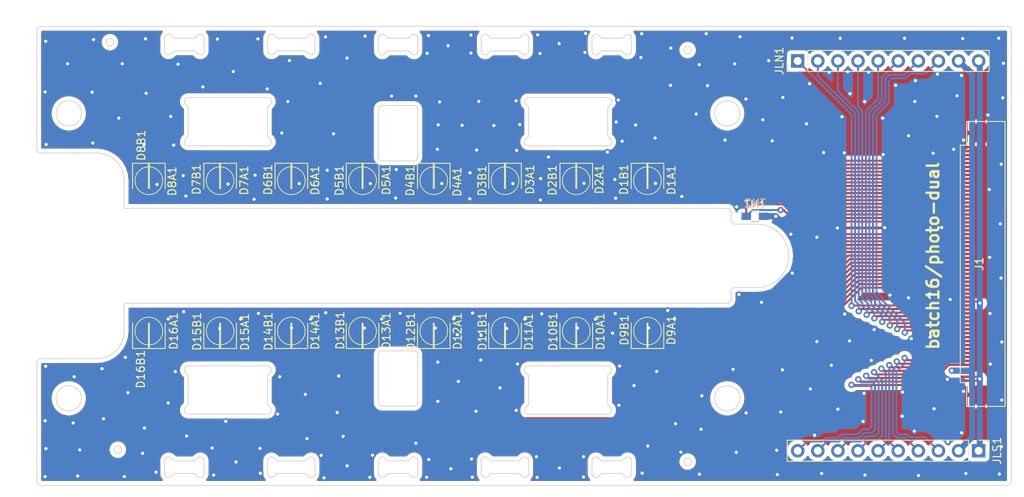
<source format=kicad_pcb>
(kicad_pcb (version 20171130) (host pcbnew "(5.1.6-0-10_14)")
  (layers (0 F.Cu signal) (31 B.Cu signal) (34 B.Paste user) (35 F.Paste user) (36 B.SilkS user) (37 F.SilkS user) (38 B.Mask user) (39 F.Mask user) (44 Edge.Cuts user))
  (net 0 "")
  (net 1 GNDA)
  (net 2 /S_PD_OUT1)
  (net 3 /S_PD_OUT3)
  (net 4 /S_PD_OUT5)
  (net 5 /S_PD_OUT7)
  (net 6 /S_PD_OUT9)
  (net 7 /S_PD_OUT11)
  (net 8 /S_PD_OUT13)
  (net 9 /S_PD_OUT15)
  (net 10 /N_PD_OUT1)
  (net 11 /N_PD_OUT3)
  (net 12 /N_PD_OUT5)
  (net 13 /N_PD_OUT7)
  (net 14 /N_PD_OUT9)
  (net 15 /N_PD_OUT11)
  (net 16 /N_PD_OUT13)
  (net 17 /N_PD_OUT15)
  (net 18 GNDL)
  (net 19 VCCL)
  (net 20 /N_LED_OUT9)
  (net 21 /N_LED_OUT10)
  (net 22 /N_LED_OUT11)
  (net 23 /N_LED_OUT12)
  (net 24 /N_LED_OUT13)
  (net 25 /N_LED_OUT14)
  (net 26 /N_LED_OUT15)
  (net 27 /N_LED_OUT16)
  (net 28 /S_LED_OUT2)
  (net 29 /S_LED_OUT1)
  (net 30 /S_LED_OUT4)
  (net 31 /S_LED_OUT3)
  (net 32 /S_LED_OUT7)
  (net 33 /S_LED_OUT8)
  (net 34 /S_LED_OUT6)
  (net 35 /S_LED_OUT5)
  (net 36 "Net-(J1-Pad40)")
  (net 37 "Net-(J1-Pad41)")
  (net 38 /S_PD_OUT4)
  (net 39 /S_PD_OUT6)
  (net 40 /S_PD_OUT8)
  (net 41 /S_PD_OUT10)
  (net 42 /S_PD_OUT12)
  (net 43 /S_PD_OUT14)
  (net 44 /S_PD_OUT16)
  (net 45 /N_PD_OUT2)
  (net 46 /N_PD_OUT4)
  (net 47 /N_PD_OUT6)
  (net 48 /N_PD_OUT8)
  (net 49 /N_PD_OUT10)
  (net 50 /N_PD_OUT12)
  (net 51 /N_PD_OUT14)
  (net 52 /N_PD_OUT16)
  (net 53 /S_PD_OUT2)
  (module Resistors_SMD:R_0603_HandSoldering (layer F.Cu) (at 175.5 95)
    (fp_text reference TH1 (at 0 -1.45) (layer F.SilkS))
    (fp_text value Thermistor)
    (pad 2 smd rect (at 1.1 0) (size 1.2 0.9) (layers F.Cu F.Paste F.Mask) (net 1 GNDA))
    (pad 1 smd rect (at -1.1 0) (size 1.2 0.9) (layers F.Cu F.Paste F.Mask) (net 37 "Net-(J1-Pad41)"))
  )
  (module Resistors_SMD:R_0603_HandSoldering (layer B.Cu) (at 175.5 95)
    (fp_text reference TH2 (at 0.01 -1.64) (layer B.SilkS) (effects (justify mirror)))
    (fp_text value Thermistor)
    (pad 1 smd rect (at -1.1 0) (size 1.2 0.9) (layers B.Cu B.Paste B.Mask) (net 36 "Net-(J1-Pad40)"))
    (pad 2 smd rect (at 1.1 0) (size 1.2 0.9) (layers B.Cu B.Paste B.Mask) (net 1 GNDA))
  )
  (module Diodes_SMD:D_1206 (layer F.Cu) (at 162.921211 90.502066 270)
    (fp_text reference D1A1 (at -0.082066 -2.018789 270) (layer F.SilkS))
    (fp_text value D_Photo)
    (pad 1 smd rect (at -1.5 0 270) (size 1 1.6) (layers F.Cu F.Paste F.Mask) (net 10 /N_PD_OUT1))
    (pad 2 smd rect (at 1.5 0 270) (size 1 1.6) (layers F.Cu F.Paste F.Mask) (net 1 GNDA))
  )
  (module Diodes_SMD:D_1206 (layer F.Cu) (at 108.921211 109.501633 90)
    (fp_text reference D15A1 (at -0.108367 2.128789 90) (layer F.SilkS))
    (fp_text value D_Photo)
    (pad 1 smd rect (at -1.5 0 90) (size 1 1.6) (layers F.Cu F.Paste F.Mask) (net 8 /S_PD_OUT13))
    (pad 2 smd rect (at 1.5 0 90) (size 1 1.6) (layers F.Cu F.Paste F.Mask) (net 1 GNDA))
  )
  (module Diodes_SMD:D_1206 (layer F.Cu) (at 162.921211 109.501633 90)
    (fp_text reference D9A1 (at 0.121633 2.008789 270) (layer F.SilkS))
    (fp_text value D_Photo)
    (pad 2 smd rect (at 1.5 0 90) (size 1 1.6) (layers F.Cu F.Paste F.Mask) (net 1 GNDA))
    (pad 1 smd rect (at -1.5 0 90) (size 1 1.6) (layers F.Cu F.Paste F.Mask) (net 2 /S_PD_OUT1))
  )
  (module Diodes_SMD:D_1206 (layer F.Cu) (at 160.921211 109.501633 90)
    (fp_text reference D9B1 (at 0.121633 -1.911211 270) (layer F.SilkS))
    (fp_text value D_Photo)
    (pad 1 smd rect (at -1.5 0 90) (size 1 1.6) (layers F.Cu F.Paste F.Mask) (net 53 /S_PD_OUT2))
    (pad 2 smd rect (at 1.5 0 90) (size 1 1.6) (layers F.Cu F.Paste F.Mask) (net 1 GNDA))
  )
  (module Diodes_SMD:D_1206 (layer F.Cu) (at 153.921211 109.501633 90)
    (fp_text reference D10A1 (at -0.048367 2.048789 90) (layer F.SilkS))
    (fp_text value D_Photo)
    (pad 2 smd rect (at 1.5 0 90) (size 1 1.6) (layers F.Cu F.Paste F.Mask) (net 1 GNDA))
    (pad 1 smd rect (at -1.5 0 90) (size 1 1.6) (layers F.Cu F.Paste F.Mask) (net 3 /S_PD_OUT3))
  )
  (module Diodes_SMD:D_1206 (layer F.Cu) (at 151.921211 109.501633 90)
    (fp_text reference D10B1 (at -0.078367 -1.921211 90) (layer F.SilkS))
    (fp_text value D_Photo)
    (pad 1 smd rect (at -1.5 0 90) (size 1 1.6) (layers F.Cu F.Paste F.Mask) (net 38 /S_PD_OUT4))
    (pad 2 smd rect (at 1.5 0 90) (size 1 1.6) (layers F.Cu F.Paste F.Mask) (net 1 GNDA))
  )
  (module Diodes_SMD:D_1206 (layer F.Cu) (at 144.921211 109.501633 90)
    (fp_text reference D11A1 (at -0.078367 1.998789 90) (layer F.SilkS))
    (fp_text value D_Photo)
    (pad 2 smd rect (at 1.5 0 90) (size 1 1.6) (layers F.Cu F.Paste F.Mask) (net 1 GNDA))
    (pad 1 smd rect (at -1.5 0 90) (size 1 1.6) (layers F.Cu F.Paste F.Mask) (net 4 /S_PD_OUT5))
  )
  (module Diodes_SMD:D_1206 (layer F.Cu) (at 142.921211 109.501633 90)
    (fp_text reference D11B1 (at -0.038367 -1.861211 90) (layer F.SilkS))
    (fp_text value D_Photo)
    (pad 1 smd rect (at -1.5 0 90) (size 1 1.6) (layers F.Cu F.Paste F.Mask) (net 39 /S_PD_OUT6))
    (pad 2 smd rect (at 1.5 0 90) (size 1 1.6) (layers F.Cu F.Paste F.Mask) (net 1 GNDA))
  )
  (module Diodes_SMD:D_1206 (layer F.Cu) (at 135.921211 109.501633 90)
    (fp_text reference D12A1 (at -0.008367 2.008789 90) (layer F.SilkS))
    (fp_text value D_Photo)
    (pad 2 smd rect (at 1.5 0 90) (size 1 1.6) (layers F.Cu F.Paste F.Mask) (net 1 GNDA))
    (pad 1 smd rect (at -1.5 0 90) (size 1 1.6) (layers F.Cu F.Paste F.Mask) (net 5 /S_PD_OUT7))
  )
  (module Diodes_SMD:D_1206 (layer F.Cu) (at 117.921211 109.501633 90)
    (fp_text reference D14A1 (at -0.018367 1.998789 90) (layer F.SilkS))
    (fp_text value D_Photo)
    (pad 1 smd rect (at -1.5 0 90) (size 1 1.6) (layers F.Cu F.Paste F.Mask) (net 7 /S_PD_OUT11))
    (pad 2 smd rect (at 1.5 0 90) (size 1 1.6) (layers F.Cu F.Paste F.Mask) (net 1 GNDA))
  )
  (module Diodes_SMD:D_1206 (layer F.Cu) (at 106.921211 109.501633 90)
    (fp_text reference D15B1 (at -0.058367 -1.911211 90) (layer F.SilkS))
    (fp_text value D_Photo)
    (pad 2 smd rect (at 1.5 0 90) (size 1 1.6) (layers F.Cu F.Paste F.Mask) (net 1 GNDA))
    (pad 1 smd rect (at -1.5 0 90) (size 1 1.6) (layers F.Cu F.Paste F.Mask) (net 43 /S_PD_OUT14))
  )
  (module Diodes_SMD:D_1206 (layer F.Cu) (at 115.921211 109.501633 90)
    (fp_text reference D14B1 (at -0.048367 -1.901211 90) (layer F.SilkS))
    (fp_text value D_Photo)
    (pad 2 smd rect (at 1.5 0 90) (size 1 1.6) (layers F.Cu F.Paste F.Mask) (net 1 GNDA))
    (pad 1 smd rect (at -1.5 0 90) (size 1 1.6) (layers F.Cu F.Paste F.Mask) (net 42 /S_PD_OUT12))
  )
  (module Diodes_SMD:D_1206 (layer F.Cu) (at 126.921211 109.501633 90)
    (fp_text reference D13A1 (at 0.051633 2.008789 90) (layer F.SilkS))
    (fp_text value D_Photo)
    (pad 1 smd rect (at -1.5 0 90) (size 1 1.6) (layers F.Cu F.Paste F.Mask) (net 6 /S_PD_OUT9))
    (pad 2 smd rect (at 1.5 0 90) (size 1 1.6) (layers F.Cu F.Paste F.Mask) (net 1 GNDA))
  )
  (module Diodes_SMD:D_1206 (layer F.Cu) (at 124.921211 109.501633 90)
    (fp_text reference D13B1 (at 0.081633 -1.831211 90) (layer F.SilkS))
    (fp_text value D_Photo)
    (pad 2 smd rect (at 1.5 0 90) (size 1 1.6) (layers F.Cu F.Paste F.Mask) (net 1 GNDA))
    (pad 1 smd rect (at -1.5 0 90) (size 1 1.6) (layers F.Cu F.Paste F.Mask) (net 41 /S_PD_OUT10))
  )
  (module Diodes_SMD:D_1206 (layer F.Cu) (at 99.921211 109.501633 90)
    (fp_text reference D16A1 (at -0.008367 2.138789 90) (layer F.SilkS))
    (fp_text value D_Photo)
    (pad 1 smd rect (at -1.5 0 90) (size 1 1.6) (layers F.Cu F.Paste F.Mask) (net 9 /S_PD_OUT15))
    (pad 2 smd rect (at 1.5 0 90) (size 1 1.6) (layers F.Cu F.Paste F.Mask) (net 1 GNDA))
  )
  (module Diodes_SMD:D_1206 (layer F.Cu) (at 133.921211 109.501633 90)
    (fp_text reference D12B1 (at -0.038367 -1.901211 90) (layer F.SilkS))
    (fp_text value D_Photo)
    (pad 1 smd rect (at -1.5 0 90) (size 1 1.6) (layers F.Cu F.Paste F.Mask) (net 40 /S_PD_OUT8))
    (pad 2 smd rect (at 1.5 0 90) (size 1 1.6) (layers F.Cu F.Paste F.Mask) (net 1 GNDA))
  )
  (module Diodes_SMD:D_1206 (layer F.Cu) (at 97.921211 109.501633 90)
    (fp_text reference D16B1 (at -4.818367 -0.031211 90) (layer F.SilkS))
    (fp_text value D_Photo)
    (pad 2 smd rect (at 1.5 0 90) (size 1 1.6) (layers F.Cu F.Paste F.Mask) (net 1 GNDA))
    (pad 1 smd rect (at -1.5 0 90) (size 1 1.6) (layers F.Cu F.Paste F.Mask) (net 44 /S_PD_OUT16))
  )
  (module Diodes_SMD:D_1206 (layer F.Cu) (at 160.921211 90.502066 270)
    (fp_text reference D1B1 (at -0.152066 1.971211 270) (layer F.SilkS))
    (fp_text value D_Photo)
    (pad 2 smd rect (at 1.5 0 270) (size 1 1.6) (layers F.Cu F.Paste F.Mask) (net 1 GNDA))
    (pad 1 smd rect (at -1.5 0 270) (size 1 1.6) (layers F.Cu F.Paste F.Mask) (net 45 /N_PD_OUT2))
  )
  (module Diodes_SMD:D_1206 (layer F.Cu) (at 99.921211 90.502066 270)
    (fp_text reference D8A1 (at 0.057934 -1.948789 90) (layer F.SilkS))
    (fp_text value D_Photo)
    (pad 2 smd rect (at 1.5 0 270) (size 1 1.6) (layers F.Cu F.Paste F.Mask) (net 1 GNDA))
    (pad 1 smd rect (at -1.5 0 270) (size 1 1.6) (layers F.Cu F.Paste F.Mask) (net 17 /N_PD_OUT15))
  )
  (module Diodes_SMD:D_1206 (layer F.Cu) (at 135.921211 90.502066 270)
    (fp_text reference D4A1 (at 0.137934 -1.968789 90) (layer F.SilkS))
    (fp_text value D_Photo)
    (pad 1 smd rect (at -1.5 0 270) (size 1 1.6) (layers F.Cu F.Paste F.Mask) (net 13 /N_PD_OUT7))
    (pad 2 smd rect (at 1.5 0 270) (size 1 1.6) (layers F.Cu F.Paste F.Mask) (net 1 GNDA))
  )
  (module Diodes_SMD:D_1206 (layer F.Cu) (at 115.921211 90.502066 270)
    (fp_text reference D6B1 (at -0.122066 1.941211 90) (layer F.SilkS))
    (fp_text value D_Photo)
    (pad 1 smd rect (at -1.5 0 270) (size 1 1.6) (layers F.Cu F.Paste F.Mask) (net 50 /N_PD_OUT12))
    (pad 2 smd rect (at 1.5 0 270) (size 1 1.6) (layers F.Cu F.Paste F.Mask) (net 1 GNDA))
  )
  (module Diodes_SMD:D_1206 (layer F.Cu) (at 117.921211 90.502066 270)
    (fp_text reference D6A1 (at -0.042066 -1.998789 90) (layer F.SilkS))
    (fp_text value D_Photo)
    (pad 2 smd rect (at 1.5 0 270) (size 1 1.6) (layers F.Cu F.Paste F.Mask) (net 1 GNDA))
    (pad 1 smd rect (at -1.5 0 270) (size 1 1.6) (layers F.Cu F.Paste F.Mask) (net 15 /N_PD_OUT11))
  )
  (module Diodes_SMD:D_1206 (layer F.Cu) (at 142.921211 90.502066 270)
    (fp_text reference D3B1 (at 0.007934 1.881211 90) (layer F.SilkS))
    (fp_text value D_Photo)
    (pad 2 smd rect (at 1.5 0 270) (size 1 1.6) (layers F.Cu F.Paste F.Mask) (net 1 GNDA))
    (pad 1 smd rect (at -1.5 0 270) (size 1 1.6) (layers F.Cu F.Paste F.Mask) (net 47 /N_PD_OUT6))
  )
  (module Diodes_SMD:D_1206 (layer F.Cu) (at 106.921211 90.502066 270)
    (fp_text reference D7B1 (at -0.162066 1.981211 90) (layer F.SilkS))
    (fp_text value D_Photo)
    (pad 1 smd rect (at -1.5 0 270) (size 1 1.6) (layers F.Cu F.Paste F.Mask) (net 51 /N_PD_OUT14))
    (pad 2 smd rect (at 1.5 0 270) (size 1 1.6) (layers F.Cu F.Paste F.Mask) (net 1 GNDA))
  )
  (module Diodes_SMD:D_1206 (layer F.Cu) (at 124.921211 90.502066 270)
    (fp_text reference D5B1 (at -0.022066 1.931211 90) (layer F.SilkS))
    (fp_text value D_Photo)
    (pad 1 smd rect (at -1.5 0 270) (size 1 1.6) (layers F.Cu F.Paste F.Mask) (net 49 /N_PD_OUT10))
    (pad 2 smd rect (at 1.5 0 270) (size 1 1.6) (layers F.Cu F.Paste F.Mask) (net 1 GNDA))
  )
  (module Diodes_SMD:D_1206 (layer F.Cu) (at 133.921211 90.502066 270)
    (fp_text reference D4B1 (at 0.007934 1.971211 90) (layer F.SilkS))
    (fp_text value D_Photo)
    (pad 2 smd rect (at 1.5 0 270) (size 1 1.6) (layers F.Cu F.Paste F.Mask) (net 1 GNDA))
    (pad 1 smd rect (at -1.5 0 270) (size 1 1.6) (layers F.Cu F.Paste F.Mask) (net 48 /N_PD_OUT8))
  )
  (module Diodes_SMD:D_1206 (layer F.Cu) (at 126.921211 90.502066 270)
    (fp_text reference D5A1 (at -0.062066 -2.008789 90) (layer F.SilkS))
    (fp_text value D_Photo)
    (pad 2 smd rect (at 1.5 0 270) (size 1 1.6) (layers F.Cu F.Paste F.Mask) (net 1 GNDA))
    (pad 1 smd rect (at -1.5 0 270) (size 1 1.6) (layers F.Cu F.Paste F.Mask) (net 14 /N_PD_OUT9))
  )
  (module Diodes_SMD:D_1206 (layer F.Cu) (at 153.921211 90.502066 270)
    (fp_text reference D2A1 (at -0.182066 -1.918789 90) (layer F.SilkS))
    (fp_text value D_Photo)
    (pad 1 smd rect (at -1.5 0 270) (size 1 1.6) (layers F.Cu F.Paste F.Mask) (net 11 /N_PD_OUT3))
    (pad 2 smd rect (at 1.5 0 270) (size 1 1.6) (layers F.Cu F.Paste F.Mask) (net 1 GNDA))
  )
  (module Diodes_SMD:D_1206 (layer F.Cu) (at 144.921211 90.502066 270)
    (fp_text reference D3A1 (at -0.152066 -2.158789 90) (layer F.SilkS))
    (fp_text value D_Photo)
    (pad 1 smd rect (at -1.5 0 270) (size 1 1.6) (layers F.Cu F.Paste F.Mask) (net 12 /N_PD_OUT5))
    (pad 2 smd rect (at 1.5 0 270) (size 1 1.6) (layers F.Cu F.Paste F.Mask) (net 1 GNDA))
  )
  (module Diodes_SMD:D_1206 (layer F.Cu) (at 151.921211 90.502066 270)
    (fp_text reference D2B1 (at -0.062066 2.001211 90) (layer F.SilkS))
    (fp_text value D_Photo)
    (pad 2 smd rect (at 1.5 0 270) (size 1 1.6) (layers F.Cu F.Paste F.Mask) (net 1 GNDA))
    (pad 1 smd rect (at -1.5 0 270) (size 1 1.6) (layers F.Cu F.Paste F.Mask) (net 46 /N_PD_OUT4))
  )
  (module Diodes_SMD:D_1206 (layer F.Cu) (at 97.921211 90.502066 270)
    (fp_text reference D8B1 (at -4.462066 -0.048789 90) (layer F.SilkS))
    (fp_text value D_Photo)
    (pad 1 smd rect (at -1.5 0 270) (size 1 1.6) (layers F.Cu F.Paste F.Mask) (net 52 /N_PD_OUT16))
    (pad 2 smd rect (at 1.5 0 270) (size 1 1.6) (layers F.Cu F.Paste F.Mask) (net 1 GNDA))
  )
  (module Diodes_SMD:D_1206 (layer F.Cu) (at 108.921211 90.502066 270)
    (fp_text reference D7A1 (at -0.042066 -2.038789 90) (layer F.SilkS))
    (fp_text value D_Photo)
    (pad 2 smd rect (at 1.5 0 270) (size 1 1.6) (layers F.Cu F.Paste F.Mask) (net 1 GNDA))
    (pad 1 smd rect (at -1.5 0 270) (size 1 1.6) (layers F.Cu F.Paste F.Mask) (net 16 /N_PD_OUT13))
  )
  (module Ninja-qPCR:FFC_60_Ali_HUISHUNFA (layer F.Cu) (at 202.074 115.77 90)
    (fp_text reference J1 (at 14.75 1.775 90) (layer F.SilkS))
    (fp_text value Conn_01x60_Male)
    (pad 1 smd rect (at 0 0 90) (size 0.3 1.25) (layers F.Cu F.Paste F.Mask) (net 18 GNDL))
    (pad 2 smd rect (at 0.5 0 90) (size 0.3 1.25) (layers F.Cu F.Paste F.Mask) (net 18 GNDL))
    (pad 3 smd rect (at 1 0 90) (size 0.3 1.25) (layers F.Cu F.Paste F.Mask) (net 19 VCCL))
    (pad 4 smd rect (at 1.5 0 90) (size 0.3 1.25) (layers F.Cu F.Paste F.Mask) (net 19 VCCL))
    (pad 5 smd rect (at 2 0 90) (size 0.3 1.25) (layers F.Cu F.Paste F.Mask) (net 33 /S_LED_OUT8))
    (pad 6 smd rect (at 2.5 0 90) (size 0.3 1.25) (layers F.Cu F.Paste F.Mask) (net 32 /S_LED_OUT7))
    (pad 7 smd rect (at 3 0 90) (size 0.3 1.25) (layers F.Cu F.Paste F.Mask) (net 34 /S_LED_OUT6))
    (pad 8 smd rect (at 3.5 0 90) (size 0.3 1.25) (layers F.Cu F.Paste F.Mask) (net 35 /S_LED_OUT5))
    (pad 9 smd rect (at 4 0 90) (size 0.3 1.25) (layers F.Cu F.Paste F.Mask) (net 30 /S_LED_OUT4))
    (pad 10 smd rect (at 4.5 0 90) (size 0.3 1.25) (layers F.Cu F.Paste F.Mask) (net 31 /S_LED_OUT3))
    (pad 11 smd rect (at 5 0 90) (size 0.3 1.25) (layers F.Cu F.Paste F.Mask) (net 28 /S_LED_OUT2))
    (pad 12 smd rect (at 5.5 0 90) (size 0.3 1.25) (layers F.Cu F.Paste F.Mask) (net 29 /S_LED_OUT1))
    (pad 13 smd rect (at 6 0 90) (size 0.3 1.25) (layers F.Cu F.Paste F.Mask) (net 20 /N_LED_OUT9))
    (pad 14 smd rect (at 6.5 0 90) (size 0.3 1.25) (layers F.Cu F.Paste F.Mask) (net 21 /N_LED_OUT10))
    (pad 15 smd rect (at 7 0 90) (size 0.3 1.25) (layers F.Cu F.Paste F.Mask) (net 22 /N_LED_OUT11))
    (pad 16 smd rect (at 7.5 0 90) (size 0.3 1.25) (layers F.Cu F.Paste F.Mask) (net 23 /N_LED_OUT12))
    (pad 17 smd rect (at 8 0 90) (size 0.3 1.25) (layers F.Cu F.Paste F.Mask) (net 24 /N_LED_OUT13))
    (pad 18 smd rect (at 8.5 0 90) (size 0.3 1.25) (layers F.Cu F.Paste F.Mask) (net 25 /N_LED_OUT14))
    (pad 19 smd rect (at 9 0 90) (size 0.3 1.25) (layers F.Cu F.Paste F.Mask) (net 26 /N_LED_OUT15))
    (pad 20 smd rect (at 9.5 0 90) (size 0.3 1.25) (layers F.Cu F.Paste F.Mask) (net 27 /N_LED_OUT16))
    (pad 21 smd rect (at 10 0 90) (size 0.3 1.25) (layers F.Cu F.Paste F.Mask) (net 18 GNDL))
    (pad 22 smd rect (at 10.5 0 90) (size 0.3 1.25) (layers F.Cu F.Paste F.Mask) (net 1 GNDA))
    (pad 23 smd rect (at 11 0 90) (size 0.3 1.25) (layers F.Cu F.Paste F.Mask) (net 44 /S_PD_OUT16))
    (pad 24 smd rect (at 11.5 0 90) (size 0.3 1.25) (layers F.Cu F.Paste F.Mask) (net 9 /S_PD_OUT15))
    (pad 25 smd rect (at 12 0 90) (size 0.3 1.25) (layers F.Cu F.Paste F.Mask) (net 43 /S_PD_OUT14))
    (pad 26 smd rect (at 12.5 0 90) (size 0.3 1.25) (layers F.Cu F.Paste F.Mask) (net 8 /S_PD_OUT13))
    (pad 27 smd rect (at 13 0 90) (size 0.3 1.25) (layers F.Cu F.Paste F.Mask) (net 42 /S_PD_OUT12))
    (pad 28 smd rect (at 13.5 0 90) (size 0.3 1.25) (layers F.Cu F.Paste F.Mask) (net 7 /S_PD_OUT11))
    (pad 29 smd rect (at 14 0 90) (size 0.3 1.25) (layers F.Cu F.Paste F.Mask) (net 41 /S_PD_OUT10))
    (pad 30 smd rect (at 14.5 0 90) (size 0.3 1.25) (layers F.Cu F.Paste F.Mask) (net 6 /S_PD_OUT9))
    (pad 31 smd rect (at 15 0 90) (size 0.3 1.25) (layers F.Cu F.Paste F.Mask) (net 40 /S_PD_OUT8))
    (pad 32 smd rect (at 15.5 0 90) (size 0.3 1.25) (layers F.Cu F.Paste F.Mask) (net 5 /S_PD_OUT7))
    (pad 33 smd rect (at 16 0 90) (size 0.3 1.25) (layers F.Cu F.Paste F.Mask) (net 39 /S_PD_OUT6))
    (pad 34 smd rect (at 16.5 0 90) (size 0.3 1.25) (layers F.Cu F.Paste F.Mask) (net 4 /S_PD_OUT5))
    (pad 35 smd rect (at 17 0 90) (size 0.3 1.25) (layers F.Cu F.Paste F.Mask) (net 38 /S_PD_OUT4))
    (pad 36 smd rect (at 17.5 0 90) (size 0.3 1.25) (layers F.Cu F.Paste F.Mask) (net 3 /S_PD_OUT3))
    (pad 37 smd rect (at 18 0 90) (size 0.3 1.25) (layers F.Cu F.Paste F.Mask) (net 53 /S_PD_OUT2))
    (pad 38 smd rect (at 18.5 0 90) (size 0.3 1.25) (layers F.Cu F.Paste F.Mask) (net 2 /S_PD_OUT1))
    (pad 39 smd rect (at 19 0 90) (size 0.3 1.25) (layers F.Cu F.Paste F.Mask) (net 1 GNDA))
    (pad 40 smd rect (at 19.5 0 90) (size 0.3 1.25) (layers F.Cu F.Paste F.Mask) (net 36 "Net-(J1-Pad40)"))
    (pad 41 smd rect (at 20 0 90) (size 0.3 1.25) (layers F.Cu F.Paste F.Mask) (net 37 "Net-(J1-Pad41)"))
    (pad 42 smd rect (at 20.5 0 90) (size 0.3 1.25) (layers F.Cu F.Paste F.Mask) (net 1 GNDA))
    (pad 43 smd rect (at 21 0 90) (size 0.3 1.25) (layers F.Cu F.Paste F.Mask) (net 10 /N_PD_OUT1))
    (pad 44 smd rect (at 21.5 0 90) (size 0.3 1.25) (layers F.Cu F.Paste F.Mask) (net 45 /N_PD_OUT2))
    (pad 45 smd rect (at 22 0 90) (size 0.3 1.25) (layers F.Cu F.Paste F.Mask) (net 11 /N_PD_OUT3))
    (pad 46 smd rect (at 22.5 0 90) (size 0.3 1.25) (layers F.Cu F.Paste F.Mask) (net 46 /N_PD_OUT4))
    (pad 47 smd rect (at 23 0 90) (size 0.3 1.25) (layers F.Cu F.Paste F.Mask) (net 12 /N_PD_OUT5))
    (pad 48 smd rect (at 23.5 0 90) (size 0.3 1.25) (layers F.Cu F.Paste F.Mask) (net 47 /N_PD_OUT6))
    (pad 49 smd rect (at 24 0 90) (size 0.3 1.25) (layers F.Cu F.Paste F.Mask) (net 13 /N_PD_OUT7))
    (pad 50 smd rect (at 24.5 0 90) (size 0.3 1.25) (layers F.Cu F.Paste F.Mask) (net 48 /N_PD_OUT8))
    (pad 51 smd rect (at 25 0 90) (size 0.3 1.25) (layers F.Cu F.Paste F.Mask) (net 14 /N_PD_OUT9))
    (pad 52 smd rect (at 25.5 0 90) (size 0.3 1.25) (layers F.Cu F.Paste F.Mask) (net 49 /N_PD_OUT10))
    (pad 53 smd rect (at 26 0 90) (size 0.3 1.25) (layers F.Cu F.Paste F.Mask) (net 15 /N_PD_OUT11))
    (pad 54 smd rect (at 26.5 0 90) (size 0.3 1.25) (layers F.Cu F.Paste F.Mask) (net 50 /N_PD_OUT12))
    (pad 55 smd rect (at 27 0 90) (size 0.3 1.25) (layers F.Cu F.Paste F.Mask) (net 16 /N_PD_OUT13))
    (pad 56 smd rect (at 27.5 0 90) (size 0.3 1.25) (layers F.Cu F.Paste F.Mask) (net 51 /N_PD_OUT14))
    (pad 57 smd rect (at 28 0 90) (size 0.3 1.25) (layers F.Cu F.Paste F.Mask) (net 17 /N_PD_OUT15))
    (pad 58 smd rect (at 28.5 0 90) (size 0.3 1.25) (layers F.Cu F.Paste F.Mask) (net 52 /N_PD_OUT16))
    (pad 59 smd rect (at 29 0 90) (size 0.3 1.25) (layers F.Cu F.Paste F.Mask) (net 1 GNDA))
    (pad 60 smd rect (at 29.5 0 90) (size 0.3 1.25) (layers F.Cu F.Paste F.Mask) (net 1 GNDA))
    (pad G1 smd rect (at -1.8 2.325 90) (size 2.4 3) (layers F.Cu F.Paste F.Mask) (net 1 GNDA))
    (pad G2 smd rect (at 31.3 2.325 90) (size 2.4 3) (layers F.Cu F.Paste F.Mask) (net 1 GNDA))
  )
  (module Pin_Headers:Pin_Header_Straight_1x10_Pitch2.54mm (layer F.Cu) (at 180.905 75.372 90)
    (fp_text reference JLN1 (at 0 -2.33 90) (layer F.SilkS))
    (fp_text value Conn_01x10_Male)
    (pad 1 thru_hole rect (at 0 0 90) (size 1.7 1.7) (drill 1) (layers *.Cu *.Mask) (net 27 /N_LED_OUT16))
    (pad 2 thru_hole oval (at 0 2.54 90) (size 1.7 1.7) (drill 1) (layers *.Cu *.Mask) (net 26 /N_LED_OUT15))
    (pad 3 thru_hole oval (at 0 5.08 90) (size 1.7 1.7) (drill 1) (layers *.Cu *.Mask) (net 25 /N_LED_OUT14))
    (pad 4 thru_hole oval (at 0 7.62 90) (size 1.7 1.7) (drill 1) (layers *.Cu *.Mask) (net 24 /N_LED_OUT13))
    (pad 5 thru_hole oval (at 0 10.16 90) (size 1.7 1.7) (drill 1) (layers *.Cu *.Mask) (net 23 /N_LED_OUT12))
    (pad 6 thru_hole oval (at 0 12.7 90) (size 1.7 1.7) (drill 1) (layers *.Cu *.Mask) (net 22 /N_LED_OUT11))
    (pad 7 thru_hole oval (at 0 15.24 90) (size 1.7 1.7) (drill 1) (layers *.Cu *.Mask) (net 21 /N_LED_OUT10))
    (pad 8 thru_hole oval (at 0 17.78 90) (size 1.7 1.7) (drill 1) (layers *.Cu *.Mask) (net 20 /N_LED_OUT9))
    (pad 9 thru_hole oval (at 0 20.32 90) (size 1.7 1.7) (drill 1) (layers *.Cu *.Mask) (net 19 VCCL))
    (pad 10 thru_hole oval (at 0 22.86 90) (size 1.7 1.7) (drill 1) (layers *.Cu *.Mask) (net 18 GNDL))
  )
  (module Pin_Headers:Pin_Header_Straight_1x10_Pitch2.54mm (layer F.Cu) (at 203.765 124.628 270)
    (fp_text reference JLS1 (at 0 -2.33 90) (layer F.SilkS))
    (fp_text value Conn_01x10_Male)
    (pad 10 thru_hole oval (at 0 22.86 270) (size 1.7 1.7) (drill 1) (layers *.Cu *.Mask) (net 33 /S_LED_OUT8))
    (pad 9 thru_hole oval (at 0 20.32 270) (size 1.7 1.7) (drill 1) (layers *.Cu *.Mask) (net 32 /S_LED_OUT7))
    (pad 8 thru_hole oval (at 0 17.78 270) (size 1.7 1.7) (drill 1) (layers *.Cu *.Mask) (net 34 /S_LED_OUT6))
    (pad 7 thru_hole oval (at 0 15.24 270) (size 1.7 1.7) (drill 1) (layers *.Cu *.Mask) (net 35 /S_LED_OUT5))
    (pad 6 thru_hole oval (at 0 12.7 270) (size 1.7 1.7) (drill 1) (layers *.Cu *.Mask) (net 30 /S_LED_OUT4))
    (pad 5 thru_hole oval (at 0 10.16 270) (size 1.7 1.7) (drill 1) (layers *.Cu *.Mask) (net 31 /S_LED_OUT3))
    (pad 4 thru_hole oval (at 0 7.62 270) (size 1.7 1.7) (drill 1) (layers *.Cu *.Mask) (net 28 /S_LED_OUT2))
    (pad 3 thru_hole oval (at 0 5.08 270) (size 1.7 1.7) (drill 1) (layers *.Cu *.Mask) (net 29 /S_LED_OUT1))
    (pad 2 thru_hole oval (at 0 2.54 270) (size 1.7 1.7) (drill 1) (layers *.Cu *.Mask) (net 19 VCCL))
    (pad 1 thru_hole rect (at 0 0 270) (size 1.7 1.7) (drill 1) (layers *.Cu *.Mask) (net 18 GNDL))
  )
  (gr_text batch16/photo-dual (at 198 100 90) (layer F.SilkS) (effects (font (size 1.5 1.5) (thickness 0.3))))
  (gr_line (start 173 104) (end 175.764 104) (layer Edge.Cuts) (width 0.1))
  (gr_line (start 172.5 104.5) (end 172.5 105.5) (layer Edge.Cuts) (width 0.1))
  (gr_arc (start 175.764 100) (end 175.764 96) (angle 180) (layer Edge.Cuts) (width 0.1))
  (gr_arc (start 173 95.5) (end 172.5 95.5) (angle -90) (layer Edge.Cuts) (width 0.1))
  (gr_circle (center 172 82) (end 170.4 82) (layer Edge.Cuts) (width 0.1))
  (gr_arc (start 172 105.5) (end 172 106) (angle -90) (layer Edge.Cuts) (width 0.1))
  (gr_arc (start 172 94.5) (end 172.5 94.5) (angle -90) (layer Edge.Cuts) (width 0.1))
  (gr_line (start 173 96) (end 175.764 96) (layer Edge.Cuts) (width 0.1))
  (gr_line (start 172.5 94.5) (end 172.5 95.5) (layer Edge.Cuts) (width 0.1))
  (gr_arc (start 173 104.5) (end 173 104) (angle -90) (layer Edge.Cuts) (width 0.1))
  (gr_line (start 156.89905 80.001749) (end 146.89905 80.001749) (layer Edge.Cuts) (width 0.1))
  (gr_line (start 84.764 71.5) (end 84.764 86.5) (layer Edge.Cuts) (width 0.1))
  (gr_arc (start 85.264 113.5) (end 85.264 113) (angle -90) (layer Edge.Cuts) (width 0.1))
  (gr_arc (start 85.264 86.5) (end 84.764 86.5) (angle -90) (layer Edge.Cuts) (width 0.1))
  (gr_circle (center 95 124.5) (end 94.525 124.5) (layer Edge.Cuts) (width 0.1))
  (gr_circle (center 167 126) (end 166.525 126) (layer Edge.Cuts) (width 0.1))
  (gr_circle (center 167 74) (end 166.525 74) (layer Edge.Cuts) (width 0.1))
  (gr_circle (center 94 73) (end 93.525 73) (layer Edge.Cuts) (width 0.1))
  (gr_line (start 127.9 87.5) (end 127.9 81.5) (layer Edge.Cuts) (width 0.1))
  (gr_line (start 132.9 87.5) (end 132.9 81.5) (layer Edge.Cuts) (width 0.1))
  (gr_line (start 128.4 81) (end 132.4 81) (layer Edge.Cuts) (width 0.1))
  (gr_arc (start 132.4 81.5) (end 132.9 81.5) (angle -90) (layer Edge.Cuts) (width 0.1))
  (gr_arc (start 128.4 81.5) (end 128.4 81) (angle -90) (layer Edge.Cuts) (width 0.1))
  (gr_line (start 132.4 88) (end 128.4 88) (layer Edge.Cuts) (width 0.1))
  (gr_arc (start 128.4 87.5) (end 127.9 87.5) (angle -90) (layer Edge.Cuts) (width 0.1))
  (gr_arc (start 132.4 87.5) (end 132.4 88) (angle -90) (layer Edge.Cuts) (width 0.1))
  (gr_line (start 132.9 118.5) (end 132.9 112.5) (layer Edge.Cuts) (width 0.1))
  (gr_line (start 127.9 118.5) (end 127.9 112.5) (layer Edge.Cuts) (width 0.1))
  (gr_line (start 132.4 119) (end 128.4 119) (layer Edge.Cuts) (width 0.1))
  (gr_arc (start 128.4 118.5) (end 127.9 118.5) (angle -90) (layer Edge.Cuts) (width 0.1))
  (gr_arc (start 132.4 118.5) (end 132.4 119) (angle -90) (layer Edge.Cuts) (width 0.1))
  (gr_arc (start 132.4 112.5) (end 132.9 112.5) (angle -90) (layer Edge.Cuts) (width 0.1))
  (gr_arc (start 128.4 112.5) (end 128.4 112) (angle -90) (layer Edge.Cuts) (width 0.1))
  (gr_line (start 128.4 112) (end 132.4 112) (layer Edge.Cuts) (width 0.1))
  (gr_line (start 146.89905 119.998251) (end 156.89905 119.998251) (layer Edge.Cuts) (width 0.1))
  (gr_line (start 156.89905 113.898251) (end 146.89905 113.898251) (layer Edge.Cuts) (width 0.1))
  (gr_arc (start 207.399 128.5) (end 207.399 129) (angle -90) (layer Edge.Cuts) (width 0.1))
  (gr_line (start 113.89905 113.898251) (end 103.89905 113.898251) (layer Edge.Cuts) (width 0.1))
  (gr_arc (start 113.89905 114.398251) (end 114.252604 114.751805) (angle -135) (layer Edge.Cuts) (width 0.1))
  (gr_line (start 113.89905 115.105358) (end 114.252604 114.751805) (layer Edge.Cuts) (width 0.1))
  (gr_line (start 113.89905 118.791145) (end 113.89905 115.105358) (layer Edge.Cuts) (width 0.1))
  (gr_line (start 114.252604 119.144698) (end 113.89905 118.791145) (layer Edge.Cuts) (width 0.1))
  (gr_arc (start 113.89905 119.498251) (end 113.89905 119.998251) (angle -135) (layer Edge.Cuts) (width 0.1))
  (gr_arc (start 132.41405 127.498251) (end 132.060497 127.851805) (angle -135) (layer Edge.Cuts) (width 0.1))
  (gr_line (start 131.706944 127.498251) (end 132.060497 127.851805) (layer Edge.Cuts) (width 0.1))
  (gr_arc (start 101.41405 125.898251) (end 101.767604 125.544698) (angle -135) (layer Edge.Cuts) (width 0.1))
  (gr_arc (start 101.41405 127.498251) (end 100.91405 127.498251) (angle -135) (layer Edge.Cuts) (width 0.1))
  (gr_line (start 101.767604 127.851805) (end 102.121157 127.498251) (layer Edge.Cuts) (width 0.1))
  (gr_line (start 102.121157 125.898251) (end 101.767604 125.544698) (layer Edge.Cuts) (width 0.1))
  (gr_arc (start 141.41405 127.498251) (end 140.91405 127.498251) (angle -135) (layer Edge.Cuts) (width 0.1))
  (gr_line (start 140.91405 125.898251) (end 140.91405 127.498251) (layer Edge.Cuts) (width 0.1))
  (gr_line (start 102.121157 127.498251) (end 104.706944 127.498251) (layer Edge.Cuts) (width 0.1))
  (gr_line (start 156.121157 125.898251) (end 155.767604 125.544698) (layer Edge.Cuts) (width 0.1))
  (gr_line (start 158.706944 125.898251) (end 156.121157 125.898251) (layer Edge.Cuts) (width 0.1))
  (gr_line (start 159.060497 125.544698) (end 158.706944 125.898251) (layer Edge.Cuts) (width 0.1))
  (gr_arc (start 105.41405 127.498251) (end 105.060497 127.851805) (angle -135) (layer Edge.Cuts) (width 0.1))
  (gr_line (start 104.706944 127.498251) (end 105.060497 127.851805) (layer Edge.Cuts) (width 0.1))
  (gr_line (start 100.91405 125.898251) (end 100.91405 127.498251) (layer Edge.Cuts) (width 0.1))
  (gr_arc (start 155.41405 127.498251) (end 154.91405 127.498251) (angle -135) (layer Edge.Cuts) (width 0.1))
  (gr_line (start 154.91405 125.898251) (end 154.91405 127.498251) (layer Edge.Cuts) (width 0.1))
  (gr_arc (start 155.41405 125.898251) (end 155.767604 125.544698) (angle -135) (layer Edge.Cuts) (width 0.1))
  (gr_line (start 142.121157 127.498251) (end 145.706944 127.498251) (layer Edge.Cuts) (width 0.1))
  (gr_line (start 141.767604 127.851805) (end 142.121157 127.498251) (layer Edge.Cuts) (width 0.1))
  (gr_arc (start 103.89905 119.498251) (end 103.545497 119.144698) (angle -135) (layer Edge.Cuts) (width 0.1))
  (gr_line (start 103.89905 118.791145) (end 103.545497 119.144698) (layer Edge.Cuts) (width 0.1))
  (gr_line (start 145.706944 125.898251) (end 142.121157 125.898251) (layer Edge.Cuts) (width 0.1))
  (gr_line (start 146.060497 125.544698) (end 145.706944 125.898251) (layer Edge.Cuts) (width 0.1))
  (gr_line (start 158.706944 127.498251) (end 159.060497 127.851805) (layer Edge.Cuts) (width 0.1))
  (gr_line (start 156.121157 127.498251) (end 158.706944 127.498251) (layer Edge.Cuts) (width 0.1))
  (gr_line (start 155.767604 127.851805) (end 156.121157 127.498251) (layer Edge.Cuts) (width 0.1))
  (gr_line (start 146.545497 114.751805) (end 146.89905 115.105358) (layer Edge.Cuts) (width 0.1))
  (gr_arc (start 146.89905 114.398251) (end 146.89905 113.898251) (angle -135) (layer Edge.Cuts) (width 0.1))
  (gr_arc (start 119.41405 125.898251) (end 119.91405 125.898251) (angle -135) (layer Edge.Cuts) (width 0.1))
  (gr_arc (start 159.41405 127.498251) (end 159.060497 127.851805) (angle -135) (layer Edge.Cuts) (width 0.1))
  (gr_line (start 103.89905 115.105358) (end 103.89905 118.791145) (layer Edge.Cuts) (width 0.1))
  (gr_line (start 103.545497 114.751805) (end 103.89905 115.105358) (layer Edge.Cuts) (width 0.1))
  (gr_arc (start 103.89905 114.398251) (end 103.89905 113.898251) (angle -135) (layer Edge.Cuts) (width 0.1))
  (gr_arc (start 105.41405 125.898251) (end 105.91405 125.898251) (angle -135) (layer Edge.Cuts) (width 0.1))
  (gr_arc (start 146.89905 119.498251) (end 146.545497 119.144698) (angle -135) (layer Edge.Cuts) (width 0.1))
  (gr_line (start 146.89905 118.791145) (end 146.545497 119.144698) (layer Edge.Cuts) (width 0.1))
  (gr_line (start 146.89905 115.105358) (end 146.89905 118.791145) (layer Edge.Cuts) (width 0.1))
  (gr_line (start 105.91405 127.498251) (end 105.91405 125.898251) (layer Edge.Cuts) (width 0.1))
  (gr_arc (start 159.41405 125.898251) (end 159.91405 125.898251) (angle -135) (layer Edge.Cuts) (width 0.1))
  (gr_line (start 159.91405 127.498251) (end 159.91405 125.898251) (layer Edge.Cuts) (width 0.1))
  (gr_arc (start 114.41405 127.498251) (end 113.91405 127.498251) (angle -135) (layer Edge.Cuts) (width 0.1))
  (gr_arc (start 114.41405 125.898251) (end 114.767604 125.544698) (angle -135) (layer Edge.Cuts) (width 0.1))
  (gr_line (start 114.767604 127.851805) (end 115.121157 127.498251) (layer Edge.Cuts) (width 0.1))
  (gr_line (start 105.060497 125.544698) (end 104.706944 125.898251) (layer Edge.Cuts) (width 0.1))
  (gr_arc (start 128.41405 125.898251) (end 128.767604 125.544698) (angle -135) (layer Edge.Cuts) (width 0.1))
  (gr_line (start 129.121157 125.898251) (end 128.767604 125.544698) (layer Edge.Cuts) (width 0.1))
  (gr_line (start 131.706944 125.898251) (end 129.121157 125.898251) (layer Edge.Cuts) (width 0.1))
  (gr_line (start 132.060497 125.544698) (end 131.706944 125.898251) (layer Edge.Cuts) (width 0.1))
  (gr_arc (start 146.41405 125.898251) (end 146.91405 125.898251) (angle -135) (layer Edge.Cuts) (width 0.1))
  (gr_line (start 146.91405 127.498251) (end 146.91405 125.898251) (layer Edge.Cuts) (width 0.1))
  (gr_line (start 119.91405 127.498251) (end 119.91405 125.898251) (layer Edge.Cuts) (width 0.1))
  (gr_line (start 129.121157 127.498251) (end 131.706944 127.498251) (layer Edge.Cuts) (width 0.1))
  (gr_line (start 128.767604 127.851805) (end 129.121157 127.498251) (layer Edge.Cuts) (width 0.1))
  (gr_arc (start 146.41405 127.498251) (end 146.060497 127.851805) (angle -135) (layer Edge.Cuts) (width 0.1))
  (gr_line (start 145.706944 127.498251) (end 146.060497 127.851805) (layer Edge.Cuts) (width 0.1))
  (gr_arc (start 132.41405 125.898251) (end 132.91405 125.898251) (angle -135) (layer Edge.Cuts) (width 0.1))
  (gr_line (start 132.91405 127.498251) (end 132.91405 125.898251) (layer Edge.Cuts) (width 0.1))
  (gr_line (start 104.706944 125.898251) (end 102.121157 125.898251) (layer Edge.Cuts) (width 0.1))
  (gr_line (start 119.060497 125.544698) (end 118.706944 125.898251) (layer Edge.Cuts) (width 0.1))
  (gr_line (start 115.121157 125.898251) (end 114.767604 125.544698) (layer Edge.Cuts) (width 0.1))
  (gr_line (start 115.121157 127.498251) (end 118.706944 127.498251) (layer Edge.Cuts) (width 0.1))
  (gr_line (start 118.706944 125.898251) (end 115.121157 125.898251) (layer Edge.Cuts) (width 0.1))
  (gr_line (start 113.91405 125.898251) (end 113.91405 127.498251) (layer Edge.Cuts) (width 0.1))
  (gr_arc (start 141.41405 125.898251) (end 141.767604 125.544698) (angle -135) (layer Edge.Cuts) (width 0.1))
  (gr_line (start 142.121157 125.898251) (end 141.767604 125.544698) (layer Edge.Cuts) (width 0.1))
  (gr_line (start 118.706944 127.498251) (end 119.060497 127.851805) (layer Edge.Cuts) (width 0.1))
  (gr_line (start 157.252604 119.144698) (end 156.89905 118.791145) (layer Edge.Cuts) (width 0.1))
  (gr_arc (start 156.89905 119.498251) (end 156.89905 119.998251) (angle -135) (layer Edge.Cuts) (width 0.1))
  (gr_arc (start 128.41405 127.498251) (end 127.91405 127.498251) (angle -135) (layer Edge.Cuts) (width 0.1))
  (gr_line (start 127.91405 125.898251) (end 127.91405 127.498251) (layer Edge.Cuts) (width 0.1))
  (gr_arc (start 119.41405 127.498251) (end 119.060497 127.851805) (angle -135) (layer Edge.Cuts) (width 0.1))
  (gr_line (start 103.89905 119.998251) (end 113.89905 119.998251) (layer Edge.Cuts) (width 0.1))
  (gr_arc (start 156.89905 114.398251) (end 157.252604 114.751805) (angle -135) (layer Edge.Cuts) (width 0.1))
  (gr_line (start 156.89905 115.105358) (end 157.252604 114.751805) (layer Edge.Cuts) (width 0.1))
  (gr_line (start 156.89905 118.791145) (end 156.89905 115.105358) (layer Edge.Cuts) (width 0.1))
  (gr_line (start 113.89905 86.101749) (end 103.89905 86.101749) (layer Edge.Cuts) (width 0.1))
  (gr_arc (start 113.89905 85.601749) (end 114.252604 85.248195) (angle 135) (layer Edge.Cuts) (width 0.1))
  (gr_line (start 113.89905 84.894642) (end 114.252604 85.248195) (layer Edge.Cuts) (width 0.1))
  (gr_line (start 113.89905 81.208855) (end 113.89905 84.894642) (layer Edge.Cuts) (width 0.1))
  (gr_line (start 114.252604 80.855302) (end 113.89905 81.208855) (layer Edge.Cuts) (width 0.1))
  (gr_arc (start 113.89905 80.501749) (end 113.89905 80.001749) (angle 135) (layer Edge.Cuts) (width 0.1))
  (gr_arc (start 132.41405 72.501749) (end 132.060497 72.148195) (angle 135) (layer Edge.Cuts) (width 0.1))
  (gr_line (start 131.706944 72.501749) (end 132.060497 72.148195) (layer Edge.Cuts) (width 0.1))
  (gr_arc (start 101.41405 74.101749) (end 101.767604 74.455302) (angle 135) (layer Edge.Cuts) (width 0.1))
  (gr_arc (start 101.41405 72.501749) (end 100.91405 72.501749) (angle 135) (layer Edge.Cuts) (width 0.1))
  (gr_line (start 101.767604 72.148195) (end 102.121157 72.501749) (layer Edge.Cuts) (width 0.1))
  (gr_line (start 102.121157 74.101749) (end 101.767604 74.455302) (layer Edge.Cuts) (width 0.1))
  (gr_arc (start 141.41405 72.501749) (end 140.91405 72.501749) (angle 135) (layer Edge.Cuts) (width 0.1))
  (gr_line (start 140.91405 74.101749) (end 140.91405 72.501749) (layer Edge.Cuts) (width 0.1))
  (gr_line (start 102.121157 72.501749) (end 104.706944 72.501749) (layer Edge.Cuts) (width 0.1))
  (gr_line (start 156.121157 74.101749) (end 155.767604 74.455302) (layer Edge.Cuts) (width 0.1))
  (gr_line (start 158.706944 74.101749) (end 156.121157 74.101749) (layer Edge.Cuts) (width 0.1))
  (gr_line (start 159.060497 74.455302) (end 158.706944 74.101749) (layer Edge.Cuts) (width 0.1))
  (gr_arc (start 105.41405 72.501749) (end 105.060497 72.148195) (angle 135) (layer Edge.Cuts) (width 0.1))
  (gr_line (start 104.706944 72.501749) (end 105.060497 72.148195) (layer Edge.Cuts) (width 0.1))
  (gr_line (start 100.91405 74.101749) (end 100.91405 72.501749) (layer Edge.Cuts) (width 0.1))
  (gr_arc (start 155.41405 72.501749) (end 154.91405 72.501749) (angle 135) (layer Edge.Cuts) (width 0.1))
  (gr_line (start 154.91405 74.101749) (end 154.91405 72.501749) (layer Edge.Cuts) (width 0.1))
  (gr_arc (start 155.41405 74.101749) (end 155.767604 74.455302) (angle 135) (layer Edge.Cuts) (width 0.1))
  (gr_line (start 142.121157 72.501749) (end 145.706944 72.501749) (layer Edge.Cuts) (width 0.1))
  (gr_line (start 141.767604 72.148195) (end 142.121157 72.501749) (layer Edge.Cuts) (width 0.1))
  (gr_arc (start 103.89905 80.501749) (end 103.545497 80.855302) (angle 135) (layer Edge.Cuts) (width 0.1))
  (gr_line (start 103.89905 81.208855) (end 103.545497 80.855302) (layer Edge.Cuts) (width 0.1))
  (gr_line (start 145.706944 74.101749) (end 142.121157 74.101749) (layer Edge.Cuts) (width 0.1))
  (gr_line (start 146.060497 74.455302) (end 145.706944 74.101749) (layer Edge.Cuts) (width 0.1))
  (gr_line (start 158.706944 72.501749) (end 159.060497 72.148195) (layer Edge.Cuts) (width 0.1))
  (gr_line (start 156.121157 72.501749) (end 158.706944 72.501749) (layer Edge.Cuts) (width 0.1))
  (gr_line (start 155.767604 72.148195) (end 156.121157 72.501749) (layer Edge.Cuts) (width 0.1))
  (gr_line (start 146.545497 85.248195) (end 146.89905 84.894642) (layer Edge.Cuts) (width 0.1))
  (gr_arc (start 146.89905 85.601749) (end 146.89905 86.101749) (angle 135) (layer Edge.Cuts) (width 0.1))
  (gr_line (start 156.89905 86.101749) (end 146.89905 86.101749) (layer Edge.Cuts) (width 0.1))
  (gr_arc (start 119.41405 74.101749) (end 119.91405 74.101749) (angle 135) (layer Edge.Cuts) (width 0.1))
  (gr_arc (start 159.41405 72.501749) (end 159.060497 72.148195) (angle 135) (layer Edge.Cuts) (width 0.1))
  (gr_line (start 103.89905 84.894642) (end 103.89905 81.208855) (layer Edge.Cuts) (width 0.1))
  (gr_line (start 103.545497 85.248195) (end 103.89905 84.894642) (layer Edge.Cuts) (width 0.1))
  (gr_arc (start 103.89905 85.601749) (end 103.89905 86.101749) (angle 135) (layer Edge.Cuts) (width 0.1))
  (gr_arc (start 105.41405 74.101749) (end 105.91405 74.101749) (angle 135) (layer Edge.Cuts) (width 0.1))
  (gr_arc (start 146.89905 80.501749) (end 146.545497 80.855302) (angle 135) (layer Edge.Cuts) (width 0.1))
  (gr_line (start 146.89905 81.208855) (end 146.545497 80.855302) (layer Edge.Cuts) (width 0.1))
  (gr_line (start 146.89905 84.894642) (end 146.89905 81.208855) (layer Edge.Cuts) (width 0.1))
  (gr_line (start 105.91405 72.501749) (end 105.91405 74.101749) (layer Edge.Cuts) (width 0.1))
  (gr_arc (start 159.41405 74.101749) (end 159.91405 74.101749) (angle 135) (layer Edge.Cuts) (width 0.1))
  (gr_line (start 159.91405 72.501749) (end 159.91405 74.101749) (layer Edge.Cuts) (width 0.1))
  (gr_arc (start 114.41405 72.501749) (end 113.91405 72.501749) (angle 135) (layer Edge.Cuts) (width 0.1))
  (gr_arc (start 114.41405 74.101749) (end 114.767604 74.455302) (angle 135) (layer Edge.Cuts) (width 0.1))
  (gr_line (start 114.767604 72.148195) (end 115.121157 72.501749) (layer Edge.Cuts) (width 0.1))
  (gr_line (start 105.060497 74.455302) (end 104.706944 74.101749) (layer Edge.Cuts) (width 0.1))
  (gr_arc (start 128.41405 74.101749) (end 128.767604 74.455302) (angle 135) (layer Edge.Cuts) (width 0.1))
  (gr_line (start 129.121157 74.101749) (end 128.767604 74.455302) (layer Edge.Cuts) (width 0.1))
  (gr_line (start 131.706944 74.101749) (end 129.121157 74.101749) (layer Edge.Cuts) (width 0.1))
  (gr_line (start 132.060497 74.455302) (end 131.706944 74.101749) (layer Edge.Cuts) (width 0.1))
  (gr_arc (start 146.41405 74.101749) (end 146.91405 74.101749) (angle 135) (layer Edge.Cuts) (width 0.1))
  (gr_line (start 146.91405 72.501749) (end 146.91405 74.101749) (layer Edge.Cuts) (width 0.1))
  (gr_line (start 119.91405 72.501749) (end 119.91405 74.101749) (layer Edge.Cuts) (width 0.1))
  (gr_line (start 129.121157 72.501749) (end 131.706944 72.501749) (layer Edge.Cuts) (width 0.1))
  (gr_line (start 128.767604 72.148195) (end 129.121157 72.501749) (layer Edge.Cuts) (width 0.1))
  (gr_arc (start 146.41405 72.501749) (end 146.060497 72.148195) (angle 135) (layer Edge.Cuts) (width 0.1))
  (gr_line (start 145.706944 72.501749) (end 146.060497 72.148195) (layer Edge.Cuts) (width 0.1))
  (gr_arc (start 132.41405 74.101749) (end 132.91405 74.101749) (angle 135) (layer Edge.Cuts) (width 0.1))
  (gr_line (start 132.91405 72.501749) (end 132.91405 74.101749) (layer Edge.Cuts) (width 0.1))
  (gr_line (start 104.706944 74.101749) (end 102.121157 74.101749) (layer Edge.Cuts) (width 0.1))
  (gr_line (start 119.060497 74.455302) (end 118.706944 74.101749) (layer Edge.Cuts) (width 0.1))
  (gr_line (start 115.121157 74.101749) (end 114.767604 74.455302) (layer Edge.Cuts) (width 0.1))
  (gr_line (start 115.121157 72.501749) (end 118.706944 72.501749) (layer Edge.Cuts) (width 0.1))
  (gr_line (start 118.706944 74.101749) (end 115.121157 74.101749) (layer Edge.Cuts) (width 0.1))
  (gr_line (start 113.91405 74.101749) (end 113.91405 72.501749) (layer Edge.Cuts) (width 0.1))
  (gr_arc (start 141.41405 74.101749) (end 141.767604 74.455302) (angle 135) (layer Edge.Cuts) (width 0.1))
  (gr_line (start 142.121157 74.101749) (end 141.767604 74.455302) (layer Edge.Cuts) (width 0.1))
  (gr_line (start 118.706944 72.501749) (end 119.060497 72.148195) (layer Edge.Cuts) (width 0.1))
  (gr_line (start 157.252604 80.855302) (end 156.89905 81.208855) (layer Edge.Cuts) (width 0.1))
  (gr_arc (start 156.89905 80.501749) (end 156.89905 80.001749) (angle 135) (layer Edge.Cuts) (width 0.1))
  (gr_arc (start 128.41405 72.501749) (end 127.91405 72.501749) (angle 135) (layer Edge.Cuts) (width 0.1))
  (gr_line (start 127.91405 74.101749) (end 127.91405 72.501749) (layer Edge.Cuts) (width 0.1))
  (gr_arc (start 119.41405 72.501749) (end 119.060497 72.148195) (angle 135) (layer Edge.Cuts) (width 0.1))
  (gr_line (start 103.89905 80.001749) (end 113.89905 80.001749) (layer Edge.Cuts) (width 0.1))
  (gr_arc (start 156.89905 85.601749) (end 157.252604 85.248195) (angle 135) (layer Edge.Cuts) (width 0.1))
  (gr_line (start 156.89905 84.894642) (end 157.252604 85.248195) (layer Edge.Cuts) (width 0.1))
  (gr_line (start 156.89905 81.208855) (end 156.89905 84.894642) (layer Edge.Cuts) (width 0.1))
  (gr_line (start 92.3 87) (end 85.264 87) (layer Edge.Cuts) (width 0.1))
  (gr_arc (start 92.3 90.5) (end 95.8 90.5) (angle -90) (layer Edge.Cuts) (width 0.1))
  (gr_line (start 95.8 94) (end 172 94) (layer Edge.Cuts) (width 0.1))
  (gr_line (start 95.8 90.5) (end 95.8 94) (layer Edge.Cuts) (width 0.1))
  (gr_arc (start 92.3 109.5) (end 92.3 113) (angle -90) (layer Edge.Cuts) (width 0.1))
  (gr_line (start 92.3 113) (end 85.264 113) (layer Edge.Cuts) (width 0.1))
  (gr_line (start 95.8 106) (end 172 106) (layer Edge.Cuts) (width 0.1))
  (gr_line (start 95.8 109.5) (end 95.8 106) (layer Edge.Cuts) (width 0.1))
  (gr_circle (center 88.8 118) (end 87.2 118) (layer Edge.Cuts) (width 0.1))
  (gr_circle (center 172 118) (end 170.4 118) (layer Edge.Cuts) (width 0.1))
  (gr_circle (center 88.8 82) (end 87.2 82) (layer Edge.Cuts) (width 0.1))
  (gr_arc (start 85.264 128.5) (end 84.764 128.5) (angle -90) (layer Edge.Cuts) (width 0.1))
  (gr_arc (start 85.264 71.5) (end 85.264 71) (angle -90) (layer Edge.Cuts) (width 0.1))
  (gr_arc (start 207.399 71.5) (end 207.899 71.5) (angle -90) (layer Edge.Cuts) (width 0.1))
  (gr_line (start 207.399 71) (end 85.264 71) (layer Edge.Cuts) (width 0.1))
  (gr_line (start 207.899 128.5) (end 207.899 71.5) (layer Edge.Cuts) (width 0.1))
  (gr_line (start 84.764 128.5) (end 84.764 113.5) (layer Edge.Cuts) (width 0.1))
  (gr_line (start 207.399 129) (end 85.264 129) (layer Edge.Cuts) (width 0.1))
  (gr_circle (center 98.921211 90.502066) (end 97.171211 90.502066) (layer F.SilkS) (width 0.1))
  (gr_circle (center 107.921211 90.502066) (end 106.171211 90.502066) (layer F.SilkS) (width 0.1))
  (gr_circle (center 116.921211 90.502066) (end 115.171211 90.502066) (layer F.SilkS) (width 0.1))
  (gr_circle (center 125.921211 90.502066) (end 124.171211 90.502066) (layer F.SilkS) (width 0.1))
  (gr_circle (center 134.921211 90.502066) (end 133.171211 90.502066) (layer F.SilkS) (width 0.1))
  (gr_circle (center 143.921211 90.502066) (end 142.171211 90.502066) (layer F.SilkS) (width 0.1))
  (gr_circle (center 152.921211 90.502066) (end 151.171211 90.502066) (layer F.SilkS) (width 0.1))
  (gr_circle (center 161.921211 90.502066) (end 160.171211 90.502066) (layer F.SilkS) (width 0.1))
  (gr_circle (center 161.921211 109.501633) (end 160.171211 109.501633) (layer F.SilkS) (width 0.1))
  (gr_circle (center 152.921211 109.501633) (end 151.171211 109.501633) (layer F.SilkS) (width 0.1))
  (gr_circle (center 143.921211 109.501633) (end 142.171211 109.501633) (layer F.SilkS) (width 0.1))
  (gr_circle (center 134.921211 109.501633) (end 133.171211 109.501633) (layer F.SilkS) (width 0.1))
  (gr_circle (center 125.921211 109.501633) (end 124.171211 109.501633) (layer F.SilkS) (width 0.1))
  (gr_circle (center 116.921211 109.501633) (end 115.171211 109.501633) (layer F.SilkS) (width 0.1))
  (gr_circle (center 98.921211 109.501633) (end 97.171211 109.501633) (layer F.SilkS) (width 0.1))
  (gr_circle (center 107.921211 109.501633) (end 106.171211 109.501633) (layer F.SilkS) (width 0.1))
  (via (at 165.34 107.94) (size 0.8) (drill 0.4) (layers F.Cu B.Cu) (net 1))
  (segment (start 162.921211 108.001633) (end 165.278367 108.001633) (width 0.508) (layer F.Cu) (net 1))
  (segment (start 165.772066 92.002066) (end 166.26 92.49) (width 0.508) (layer F.Cu) (net 1))
  (via (at 166.26 92.49) (size 0.8) (drill 0.4) (layers F.Cu B.Cu) (net 1))
  (segment (start 162.921211 92.002066) (end 165.772066 92.002066) (width 0.508) (layer F.Cu) (net 1))
  (via (at 85.94 85.93) (size 0.8) (drill 0.4) (layers F.Cu B.Cu) (net 1))
  (via (at 85.81 79.28) (size 0.8) (drill 0.4) (layers F.Cu B.Cu) (net 1))
  (via (at 85.89 72.89) (size 0.8) (drill 0.4) (layers F.Cu B.Cu) (net 1))
  (via (at 88.65 75.73) (size 0.8) (drill 0.4) (layers F.Cu B.Cu) (net 1))
  (via (at 91.75 79.32) (size 0.8) (drill 0.4) (layers F.Cu B.Cu) (net 1))
  (via (at 91.93 72.67) (size 0.8) (drill 0.4) (layers F.Cu B.Cu) (net 1))
  (via (at 91.84 85.75) (size 0.8) (drill 0.4) (layers F.Cu B.Cu) (net 1))
  (via (at 95.12 82.6) (size 0.8) (drill 0.4) (layers F.Cu B.Cu) (net 1))
  (via (at 98.58 79.45) (size 0.8) (drill 0.4) (layers F.Cu B.Cu) (net 1))
  (via (at 98.49 72.58) (size 0.8) (drill 0.4) (layers F.Cu B.Cu) (net 1))
  (via (at 98.49 72.58) (size 0.8) (drill 0.4) (layers F.Cu B.Cu) (net 1))
  (via (at 95.56 75.73) (size 0.8) (drill 0.4) (layers F.Cu B.Cu) (net 1))
  (via (at 101.68 82.38) (size 0.8) (drill 0.4) (layers F.Cu B.Cu) (net 1))
  (via (at 98.32 85.97) (size 0.8) (drill 0.4) (layers F.Cu B.Cu) (net 1))
  (via (at 103.26 89.86) (size 0.8) (drill 0.4) (layers F.Cu B.Cu) (net 1))
  (via (at 99.95 90.98) (size 0.8) (drill 0.4) (layers F.Cu B.Cu) (net 1))
  (via (at 108.93 90.93) (size 0.8) (drill 0.4) (layers F.Cu B.Cu) (net 1))
  (via (at 117.91 90.87) (size 0.8) (drill 0.4) (layers F.Cu B.Cu) (net 1))
  (via (at 126.9 90.87) (size 0.8) (drill 0.4) (layers F.Cu B.Cu) (net 1))
  (via (at 135.93 90.86) (size 0.8) (drill 0.4) (layers F.Cu B.Cu) (net 1))
  (via (at 144.92 90.87) (size 0.8) (drill 0.4) (layers F.Cu B.Cu) (net 1))
  (via (at 153.89 90.84) (size 0.8) (drill 0.4) (layers F.Cu B.Cu) (net 1))
  (via (at 162.93 90.85) (size 0.8) (drill 0.4) (layers F.Cu B.Cu) (net 1))
  (via (at 103.6 92.44) (size 0.8) (drill 0.4) (layers F.Cu B.Cu) (net 1))
  (via (at 112.22 92.85) (size 0.8) (drill 0.4) (layers F.Cu B.Cu) (net 1))
  (via (at 121.45 92.81) (size 0.8) (drill 0.4) (layers F.Cu B.Cu) (net 1))
  (via (at 130.11 92.69) (size 0.8) (drill 0.4) (layers F.Cu B.Cu) (net 1))
  (via (at 139.47 92.79) (size 0.8) (drill 0.4) (layers F.Cu B.Cu) (net 1))
  (via (at 148.4 92.95) (size 0.8) (drill 0.4) (layers F.Cu B.Cu) (net 1))
  (via (at 157.9 92.72) (size 0.8) (drill 0.4) (layers F.Cu B.Cu) (net 1))
  (via (at 157.8 90.36) (size 0.8) (drill 0.4) (layers F.Cu B.Cu) (net 1))
  (via (at 148.42 90.24) (size 0.8) (drill 0.4) (layers F.Cu B.Cu) (net 1))
  (via (at 139.5 89.51) (size 0.8) (drill 0.4) (layers F.Cu B.Cu) (net 1))
  (via (at 130.18 89.1) (size 0.8) (drill 0.4) (layers F.Cu B.Cu) (net 1))
  (via (at 121.45 89.18) (size 0.8) (drill 0.4) (layers F.Cu B.Cu) (net 1))
  (via (at 112.34 89.81) (size 0.8) (drill 0.4) (layers F.Cu B.Cu) (net 1))
  (via (at 102.05 86.01) (size 0.8) (drill 0.4) (layers F.Cu B.Cu) (net 1))
  (via (at 102.61 75.79) (size 0.8) (drill 0.4) (layers F.Cu B.Cu) (net 1))
  (via (at 107.58 72.61) (size 0.8) (drill 0.4) (layers F.Cu B.Cu) (net 1))
  (via (at 112.7 72.59) (size 0.8) (drill 0.4) (layers F.Cu B.Cu) (net 1))
  (via (at 109.59 76.71) (size 0.8) (drill 0.4) (layers F.Cu B.Cu) (net 1))
  (via (at 105.74 78.65) (size 0.8) (drill 0.4) (layers F.Cu B.Cu) (net 1))
  (via (at 113.87 78.91) (size 0.8) (drill 0.4) (layers F.Cu B.Cu) (net 1))
  (via (at 116.68 75.32) (size 0.8) (drill 0.4) (layers F.Cu B.Cu) (net 1))
  (via (at 121.24 72.34) (size 0.8) (drill 0.4) (layers F.Cu B.Cu) (net 1))
  (via (at 126.24 72.24) (size 0.8) (drill 0.4) (layers F.Cu B.Cu) (net 1))
  (via (at 123.96 75.01) (size 0.8) (drill 0.4) (layers F.Cu B.Cu) (net 1))
  (via (at 120.56 78.21) (size 0.8) (drill 0.4) (layers F.Cu B.Cu) (net 1))
  (via (at 116.48 80.5) (size 0.8) (drill 0.4) (layers F.Cu B.Cu) (net 1))
  (via (at 115.71 84.48) (size 0.8) (drill 0.4) (layers F.Cu B.Cu) (net 1))
  (via (at 122.26 84.58) (size 0.8) (drill 0.4) (layers F.Cu B.Cu) (net 1))
  (via (at 129.59 79.81) (size 0.8) (drill 0.4) (layers F.Cu B.Cu) (net 1))
  (via (at 132.65 79.81) (size 0.8) (drill 0.4) (layers F.Cu B.Cu) (net 1))
  (via (at 134.25 72.17) (size 0.8) (drill 0.4) (layers F.Cu B.Cu) (net 1))
  (via (at 139.61 74.38) (size 0.8) (drill 0.4) (layers F.Cu B.Cu) (net 1))
  (via (at 136.73 73.45) (size 0.8) (drill 0.4) (layers F.Cu B.Cu) (net 1))
  (via (at 139.61 72.11) (size 0.8) (drill 0.4) (layers F.Cu B.Cu) (net 1))
  (via (at 134.08 74.41) (size 0.8) (drill 0.4) (layers F.Cu B.Cu) (net 1))
  (via (at 135.65 80.54) (size 0.8) (drill 0.4) (layers F.Cu B.Cu) (net 1))
  (via (at 135.37 86.53) (size 0.8) (drill 0.4) (layers F.Cu B.Cu) (net 1))
  (via (at 138.5 83.5) (size 0.8) (drill 0.4) (layers F.Cu B.Cu) (net 1))
  (via (at 145.32 80.41) (size 0.8) (drill 0.4) (layers F.Cu B.Cu) (net 1))
  (via (at 145.39 86.67) (size 0.8) (drill 0.4) (layers F.Cu B.Cu) (net 1))
  (via (at 142.51 83.54) (size 0.8) (drill 0.4) (layers F.Cu B.Cu) (net 1))
  (via (at 140.61 80.48) (size 0.8) (drill 0.4) (layers F.Cu B.Cu) (net 1))
  (via (at 140.33 86.63) (size 0.8) (drill 0.4) (layers F.Cu B.Cu) (net 1))
  (via (at 145.79 83.41) (size 0.8) (drill 0.4) (layers F.Cu B.Cu) (net 1))
  (via (at 135.48 83.44) (size 0.8) (drill 0.4) (layers F.Cu B.Cu) (net 1))
  (via (at 149.41 87.51) (size 0.8) (drill 0.4) (layers F.Cu B.Cu) (net 1))
  (via (at 156.86 86.89) (size 0.8) (drill 0.4) (layers F.Cu B.Cu) (net 1))
  (via (at 162.88 85.11) (size 0.8) (drill 0.4) (layers F.Cu B.Cu) (net 1))
  (via (at 158.24 80.32) (size 0.8) (drill 0.4) (layers F.Cu B.Cu) (net 1))
  (via (at 157.97 83.08) (size 0.8) (drill 0.4) (layers F.Cu B.Cu) (net 1))
  (via (at 160.43 83.47) (size 0.8) (drill 0.4) (layers F.Cu B.Cu) (net 1))
  (via (at 158.72 85.51) (size 0.8) (drill 0.4) (layers F.Cu B.Cu) (net 1))
  (via (at 148.05 72.08) (size 0.8) (drill 0.4) (layers F.Cu B.Cu) (net 1))
  (via (at 154.11 71.9) (size 0.8) (drill 0.4) (layers F.Cu B.Cu) (net 1))
  (via (at 154.02 74.29) (size 0.8) (drill 0.4) (layers F.Cu B.Cu) (net 1))
  (via (at 148.35 74.42) (size 0.8) (drill 0.4) (layers F.Cu B.Cu) (net 1))
  (via (at 150.76 73.18) (size 0.8) (drill 0.4) (layers F.Cu B.Cu) (net 1))
  (via (at 161.19 71.94) (size 0.8) (drill 0.4) (layers F.Cu B.Cu) (net 1))
  (via (at 161.09 74.94) (size 0.8) (drill 0.4) (layers F.Cu B.Cu) (net 1))
  (via (at 164.83 78.45) (size 0.8) (drill 0.4) (layers F.Cu B.Cu) (net 1))
  (via (at 164.87 73.75) (size 0.8) (drill 0.4) (layers F.Cu B.Cu) (net 1))
  (via (at 169.34 71.93) (size 0.8) (drill 0.4) (layers F.Cu B.Cu) (net 1))
  (via (at 168.47 75.84) (size 0.8) (drill 0.4) (layers F.Cu B.Cu) (net 1))
  (via (at 169.51 78.5) (size 0.8) (drill 0.4) (layers F.Cu B.Cu) (net 1))
  (via (at 173.61 72.32) (size 0.8) (drill 0.4) (layers F.Cu B.Cu) (net 1))
  (via (at 172.94 75.74) (size 0.8) (drill 0.4) (layers F.Cu B.Cu) (net 1))
  (via (at 174.36 80.18) (size 0.8) (drill 0.4) (layers F.Cu B.Cu) (net 1))
  (via (at 177.24 75.33) (size 0.8) (drill 0.4) (layers F.Cu B.Cu) (net 1))
  (via (at 180.19 72.47) (size 0.8) (drill 0.4) (layers F.Cu B.Cu) (net 1))
  (via (at 186.28 72.51) (size 0.8) (drill 0.4) (layers F.Cu B.Cu) (net 1))
  (via (at 194.41 72.51) (size 0.8) (drill 0.4) (layers F.Cu B.Cu) (net 1))
  (via (at 196.16 127.76) (size 0.8) (drill 0.4) (layers F.Cu B.Cu) (net 1))
  (via (at 189.4 127.69) (size 0.8) (drill 0.4) (layers F.Cu B.Cu) (net 1))
  (via (at 183.93 127.5) (size 0.8) (drill 0.4) (layers F.Cu B.Cu) (net 1))
  (via (at 178.33 127.63) (size 0.8) (drill 0.4) (layers F.Cu B.Cu) (net 1))
  (via (at 168.49 127.6) (size 0.8) (drill 0.4) (layers F.Cu B.Cu) (net 1))
  (via (at 173.15 124.83) (size 0.8) (drill 0.4) (layers F.Cu B.Cu) (net 1))
  (via (at 168.69 121.91) (size 0.8) (drill 0.4) (layers F.Cu B.Cu) (net 1))
  (via (at 174.38 119.84) (size 0.8) (drill 0.4) (layers F.Cu B.Cu) (net 1))
  (via (at 161.96 124.03) (size 0.8) (drill 0.4) (layers F.Cu B.Cu) (net 1))
  (via (at 161.25 127.46) (size 0.8) (drill 0.4) (layers F.Cu B.Cu) (net 1))
  (via (at 165.47 121.21) (size 0.8) (drill 0.4) (layers F.Cu B.Cu) (net 1))
  (via (at 166.14 124.81) (size 0.8) (drill 0.4) (layers F.Cu B.Cu) (net 1))
  (via (at 178.25 124.57) (size 0.8) (drill 0.4) (layers F.Cu B.Cu) (net 1))
  (via (at 147.89 125.38) (size 0.8) (drill 0.4) (layers F.Cu B.Cu) (net 1))
  (via (at 153.84 125.38) (size 0.8) (drill 0.4) (layers F.Cu B.Cu) (net 1))
  (via (at 153.84 127.94) (size 0.8) (drill 0.4) (layers F.Cu B.Cu) (net 1))
  (via (at 147.98 127.99) (size 0.8) (drill 0.4) (layers F.Cu B.Cu) (net 1))
  (via (at 150.8 126.81) (size 0.8) (drill 0.4) (layers F.Cu B.Cu) (net 1))
  (via (at 158.31 118.87) (size 0.8) (drill 0.4) (layers F.Cu B.Cu) (net 1))
  (via (at 163.09 114.61) (size 0.8) (drill 0.4) (layers F.Cu B.Cu) (net 1))
  (via (at 158.4 113.92) (size 0.8) (drill 0.4) (layers F.Cu B.Cu) (net 1))
  (via (at 160.22 116.39) (size 0.8) (drill 0.4) (layers F.Cu B.Cu) (net 1))
  (via (at 145.33 119.52) (size 0.8) (drill 0.4) (layers F.Cu B.Cu) (net 1))
  (via (at 145.5 113.66) (size 0.8) (drill 0.4) (layers F.Cu B.Cu) (net 1))
  (via (at 135.43 113.43) (size 0.8) (drill 0.4) (layers F.Cu B.Cu) (net 1))
  (via (at 135.43 118.38) (size 0.8) (drill 0.4) (layers F.Cu B.Cu) (net 1))
  (via (at 140.25 119.64) (size 0.8) (drill 0.4) (layers F.Cu B.Cu) (net 1))
  (via (at 138.03 115.86) (size 0.8) (drill 0.4) (layers F.Cu B.Cu) (net 1))
  (via (at 140.85 113.17) (size 0.8) (drill 0.4) (layers F.Cu B.Cu) (net 1))
  (via (at 143.29 116.68) (size 0.8) (drill 0.4) (layers F.Cu B.Cu) (net 1))
  (via (at 140.89 110.04) (size 0.8) (drill 0.4) (layers F.Cu B.Cu) (net 1))
  (via (at 137.9 109.96) (size 0.8) (drill 0.4) (layers F.Cu B.Cu) (net 1))
  (via (at 162.07 109.11) (size 0.8) (drill 0.4) (layers F.Cu B.Cu) (net 1))
  (via (at 153.07 109.12) (size 0.8) (drill 0.4) (layers F.Cu B.Cu) (net 1))
  (via (at 144.12 109.18) (size 0.8) (drill 0.4) (layers F.Cu B.Cu) (net 1))
  (via (at 135.12 109.11) (size 0.8) (drill 0.4) (layers F.Cu B.Cu) (net 1))
  (via (at 126.15 109.12) (size 0.8) (drill 0.4) (layers F.Cu B.Cu) (net 1))
  (via (at 116.94 109.12) (size 0.8) (drill 0.4) (layers F.Cu B.Cu) (net 1))
  (via (at 107.87 109.17) (size 0.8) (drill 0.4) (layers F.Cu B.Cu) (net 1))
  (via (at 103.32 107.06) (size 0.8) (drill 0.4) (layers F.Cu B.Cu) (net 1))
  (via (at 112.76 107.27) (size 0.8) (drill 0.4) (layers F.Cu B.Cu) (net 1))
  (via (at 121.26 107.19) (size 0.8) (drill 0.4) (layers F.Cu B.Cu) (net 1))
  (via (at 130.67 107.25) (size 0.8) (drill 0.4) (layers F.Cu B.Cu) (net 1))
  (via (at 139.81 107.22) (size 0.8) (drill 0.4) (layers F.Cu B.Cu) (net 1))
  (via (at 148.56 107.33) (size 0.8) (drill 0.4) (layers F.Cu B.Cu) (net 1))
  (via (at 157.85 107.29) (size 0.8) (drill 0.4) (layers F.Cu B.Cu) (net 1))
  (via (at 157.51 109.77) (size 0.8) (drill 0.4) (layers F.Cu B.Cu) (net 1))
  (via (at 122.9 115.18) (size 0.8) (drill 0.4) (layers F.Cu B.Cu) (net 1))
  (via (at 115.45 115.28) (size 0.8) (drill 0.4) (layers F.Cu B.Cu) (net 1))
  (via (at 115.19 119.99) (size 0.8) (drill 0.4) (layers F.Cu B.Cu) (net 1))
  (via (at 122.71 119.8) (size 0.8) (drill 0.4) (layers F.Cu B.Cu) (net 1))
  (via (at 118.69 117.5) (size 0.8) (drill 0.4) (layers F.Cu B.Cu) (net 1))
  (via (at 95.95 112.82) (size 0.8) (drill 0.4) (layers F.Cu B.Cu) (net 1))
  (via (at 85.88 113.95) (size 0.8) (drill 0.4) (layers F.Cu B.Cu) (net 1))
  (via (at 93 114.26) (size 0.8) (drill 0.4) (layers F.Cu B.Cu) (net 1))
  (via (at 85.81 120.84) (size 0.8) (drill 0.4) (layers F.Cu B.Cu) (net 1))
  (via (at 93.19 120.58) (size 0.8) (drill 0.4) (layers F.Cu B.Cu) (net 1))
  (via (at 89.48 115.28) (size 0.8) (drill 0.4) (layers F.Cu B.Cu) (net 1))
  (via (at 89.36 121.11) (size 0.8) (drill 0.4) (layers F.Cu B.Cu) (net 1))
  (via (at 85.92 124.36) (size 0.8) (drill 0.4) (layers F.Cu B.Cu) (net 1))
  (via (at 85.81 127.89) (size 0.8) (drill 0.4) (layers F.Cu B.Cu) (net 1))
  (via (at 89.92 127.82) (size 0.8) (drill 0.4) (layers F.Cu B.Cu) (net 1))
  (via (at 95.82 127.89) (size 0.8) (drill 0.4) (layers F.Cu B.Cu) (net 1))
  (via (at 90.18 124.52) (size 0.8) (drill 0.4) (layers F.Cu B.Cu) (net 1))
  (via (at 96.27 117.29) (size 0.8) (drill 0.4) (layers F.Cu B.Cu) (net 1))
  (via (at 98.36 121.76) (size 0.8) (drill 0.4) (layers F.Cu B.Cu) (net 1))
  (via (at 99.83 127.33) (size 0.8) (drill 0.4) (layers F.Cu B.Cu) (net 1))
  (via (at 102.26 114.63) (size 0.8) (drill 0.4) (layers F.Cu B.Cu) (net 1))
  (via (at 101.36 118.58) (size 0.8) (drill 0.4) (layers F.Cu B.Cu) (net 1))
  (via (at 103.69 122.76) (size 0.8) (drill 0.4) (layers F.Cu B.Cu) (net 1))
  (via (at 98.12 124.95) (size 0.8) (drill 0.4) (layers F.Cu B.Cu) (net 1))
  (via (at 108.63 120.91) (size 0.8) (drill 0.4) (layers F.Cu B.Cu) (net 1))
  (via (at 107.11 127.71) (size 0.8) (drill 0.4) (layers F.Cu B.Cu) (net 1))
  (via (at 106.92 124.28) (size 0.8) (drill 0.4) (layers F.Cu B.Cu) (net 1))
  (via (at 112.96 124.33) (size 0.8) (drill 0.4) (layers F.Cu B.Cu) (net 1))
  (via (at 113.01 127.47) (size 0.8) (drill 0.4) (layers F.Cu B.Cu) (net 1))
  (via (at 109.92 126.04) (size 0.8) (drill 0.4) (layers F.Cu B.Cu) (net 1))
  (via (at 118.9 123.09) (size 0.8) (drill 0.4) (layers F.Cu B.Cu) (net 1))
  (via (at 120.68 125.21) (size 0.8) (drill 0.4) (layers F.Cu B.Cu) (net 1))
  (via (at 127.18 125.18) (size 0.8) (drill 0.4) (layers F.Cu B.Cu) (net 1))
  (via (at 121.05 128.05) (size 0.8) (drill 0.4) (layers F.Cu B.Cu) (net 1))
  (via (at 126.84 127.99) (size 0.8) (drill 0.4) (layers F.Cu B.Cu) (net 1))
  (via (at 123.97 126.54) (size 0.8) (drill 0.4) (layers F.Cu B.Cu) (net 1))
  (via (at 123.47 122.81) (size 0.8) (drill 0.4) (layers F.Cu B.Cu) (net 1))
  (via (at 132.65 123.68) (size 0.8) (drill 0.4) (layers F.Cu B.Cu) (net 1))
  (via (at 134.02 127.97) (size 0.8) (drill 0.4) (layers F.Cu B.Cu) (net 1))
  (via (at 139.69 125.66) (size 0.8) (drill 0.4) (layers F.Cu B.Cu) (net 1))
  (via (at 139.79 127.97) (size 0.8) (drill 0.4) (layers F.Cu B.Cu) (net 1))
  (via (at 134.29 125.73) (size 0.8) (drill 0.4) (layers F.Cu B.Cu) (net 1))
  (via (at 137.07 126.9) (size 0.8) (drill 0.4) (layers F.Cu B.Cu) (net 1))
  (via (at 101.37 107.98) (size 0.8) (drill 0.4) (layers F.Cu B.Cu) (net 1))
  (via (at 110.5 107.98) (size 0.8) (drill 0.4) (layers F.Cu B.Cu) (net 1))
  (via (at 119.36 107.99) (size 0.8) (drill 0.4) (layers F.Cu B.Cu) (net 1))
  (via (at 128.33 107.98) (size 0.8) (drill 0.4) (layers F.Cu B.Cu) (net 1))
  (via (at 137.41 107.97) (size 0.8) (drill 0.4) (layers F.Cu B.Cu) (net 1))
  (via (at 146.41 107.99) (size 0.8) (drill 0.4) (layers F.Cu B.Cu) (net 1))
  (via (at 155.35 108) (size 0.8) (drill 0.4) (layers F.Cu B.Cu) (net 1))
  (via (at 164.48 106.9) (size 0.8) (drill 0.4) (layers F.Cu B.Cu) (net 1))
  (via (at 206.3 72.5) (size 0.8) (drill 0.4) (layers F.Cu B.Cu) (net 1))
  (via (at 201.76 72.55) (size 0.8) (drill 0.4) (layers F.Cu B.Cu) (net 1))
  (via (at 202.15 127.5) (size 0.8) (drill 0.4) (layers F.Cu B.Cu) (net 1))
  (via (at 206.38 127.58) (size 0.8) (drill 0.4) (layers F.Cu B.Cu) (net 1))
  (via (at 206.63 124.1) (size 0.8) (drill 0.4) (layers F.Cu B.Cu) (net 1))
  (via (at 206.69 118.21) (size 0.8) (drill 0.4) (layers F.Cu B.Cu) (net 1))
  (via (at 206.69 110.88) (size 0.8) (drill 0.4) (layers F.Cu B.Cu) (net 1))
  (via (at 206.59 102.81) (size 0.8) (drill 0.4) (layers F.Cu B.Cu) (net 1))
  (via (at 206.5 95.96) (size 0.8) (drill 0.4) (layers F.Cu B.Cu) (net 1))
  (via (at 206.62 88.42) (size 0.8) (drill 0.4) (layers F.Cu B.Cu) (net 1))
  (via (at 206.82 80.03) (size 0.8) (drill 0.4) (layers F.Cu B.Cu) (net 1))
  (via (at 206.9 75.67) (size 0.8) (drill 0.4) (layers F.Cu B.Cu) (net 1))
  (segment (start 97.921211 108.001633) (end 165.278367 108.001633) (width 2.54) (layer F.Cu) (net 1))
  (segment (start 97.921211 92.002066) (end 162.921211 92.002066) (width 2.54) (layer F.Cu) (net 1))
  (via (at 168.79 117.68) (size 0.8) (drill 0.4) (layers F.Cu B.Cu) (net 1))
  (via (at 172.74 114.34) (size 0.8) (drill 0.4) (layers F.Cu B.Cu) (net 1))
  (via (at 168.08 82.08) (size 0.8) (drill 0.4) (layers F.Cu B.Cu) (net 1))
  (segment (start 204.48 84.47) (end 204.399 84.47) (width 0.762) (layer F.Cu) (net 1))
  (segment (start 204.399 84.47) (end 205.66 85.731) (width 0.762) (layer F.Cu) (net 1))
  (segment (start 205.66 116.309) (end 204.399 117.57) (width 0.762) (layer F.Cu) (net 1))
  (segment (start 205.325001 105.245001) (end 205.66 105.58) (width 0.25) (layer F.Cu) (net 1))
  (segment (start 202.074 105.266) (end 202.094999 105.245001) (width 0.25) (layer F.Cu) (net 1))
  (segment (start 202.074 105.27) (end 202.074 105.266) (width 0.25) (layer F.Cu) (net 1))
  (segment (start 202.094999 105.245001) (end 205.325001 105.245001) (width 0.25) (layer F.Cu) (net 1))
  (segment (start 205.66 105.58) (end 205.66 116.309) (width 0.762) (layer F.Cu) (net 1))
  (segment (start 202.074 86.27) (end 205.66 86.27) (width 0.25) (layer F.Cu) (net 1))
  (segment (start 205.66 85.731) (end 205.66 86.27) (width 0.762) (layer F.Cu) (net 1))
  (segment (start 205.6 86.77) (end 205.66 86.83) (width 0.25) (layer F.Cu) (net 1))
  (segment (start 202.074 86.77) (end 205.6 86.77) (width 0.25) (layer F.Cu) (net 1))
  (segment (start 205.66 86.27) (end 205.66 86.83) (width 0.762) (layer F.Cu) (net 1))
  (segment (start 205.49 95.27) (end 205.66 95.1) (width 0.25) (layer F.Cu) (net 1))
  (segment (start 202.074 95.27) (end 205.49 95.27) (width 0.25) (layer F.Cu) (net 1))
  (segment (start 205.66 86.83) (end 205.66 95.1) (width 0.762) (layer F.Cu) (net 1))
  (segment (start 205.56 96.77) (end 205.66 96.87) (width 0.25) (layer F.Cu) (net 1))
  (segment (start 202.074 96.77) (end 205.56 96.77) (width 0.25) (layer F.Cu) (net 1))
  (segment (start 205.66 96.87) (end 205.66 105.58) (width 0.762) (layer F.Cu) (net 1))
  (segment (start 205.66 95.1) (end 205.66 96.87) (width 0.762) (layer F.Cu) (net 1))
  (segment (start 178.470166 92.49) (end 181.78 95.799834) (width 0.762) (layer B.Cu) (net 1))
  (segment (start 166.26 92.49) (end 178.470166 92.49) (width 0.762) (layer B.Cu) (net 1))
  (segment (start 174.374825 107.94) (end 165.34 107.94) (width 0.762) (layer B.Cu) (net 1))
  (segment (start 181.78 100.534825) (end 174.374825 107.94) (width 0.762) (layer B.Cu) (net 1))
  (segment (start 176.6 95) (end 178.14 95) (width 0.762) (layer B.Cu) (net 1))
  (segment (start 179.89 96.75) (end 181.78 96.75) (width 0.762) (layer B.Cu) (net 1))
  (segment (start 178.14 95) (end 179.89 96.75) (width 0.762) (layer B.Cu) (net 1))
  (segment (start 181.78 96.75) (end 181.78 100.534825) (width 0.762) (layer B.Cu) (net 1))
  (segment (start 181.78 95.799834) (end 181.78 96.75) (width 0.762) (layer B.Cu) (net 1))
  (via (at 178.133823 95.008017) (size 0.8) (drill 0.4) (layers F.Cu B.Cu) (net 1))
  (segment (start 178.125806 95) (end 178.133823 95.008017) (width 0.762) (layer F.Cu) (net 1))
  (segment (start 176.6 95) (end 178.125806 95) (width 0.762) (layer F.Cu) (net 1))
  (via (at 179.03 79.98) (size 0.8) (drill 0.4) (layers F.Cu B.Cu) (net 1))
  (via (at 182.4 78.25) (size 0.8) (drill 0.4) (layers F.Cu B.Cu) (net 1))
  (via (at 186.5 82.43) (size 0.8) (drill 0.4) (layers F.Cu B.Cu) (net 1))
  (via (at 186.79 86.99) (size 0.8) (drill 0.4) (layers F.Cu B.Cu) (net 1))
  (via (at 184.18 86.95) (size 0.8) (drill 0.4) (layers F.Cu B.Cu) (net 1))
  (via (at 171.72 85.38) (size 0.8) (drill 0.4) (layers F.Cu B.Cu) (net 1))
  (via (at 177.68 85.47) (size 0.8) (drill 0.4) (layers F.Cu B.Cu) (net 1))
  (via (at 182.02 83.32) (size 0.8) (drill 0.4) (layers F.Cu B.Cu) (net 1))
  (via (at 176.49 82.81) (size 0.8) (drill 0.4) (layers F.Cu B.Cu) (net 1))
  (via (at 191.65 82.6) (size 0.8) (drill 0.4) (layers F.Cu B.Cu) (net 1))
  (via (at 189.37 80.51) (size 0.8) (drill 0.4) (layers F.Cu B.Cu) (net 1))
  (via (at 187.51 79.51) (size 0.8) (drill 0.4) (layers F.Cu B.Cu) (net 1))
  (via (at 187.22 76.73) (size 0.8) (drill 0.4) (layers F.Cu B.Cu) (net 1))
  (via (at 184.87 76.8) (size 0.8) (drill 0.4) (layers F.Cu B.Cu) (net 1))
  (via (at 189.86 76.78) (size 0.8) (drill 0.4) (layers F.Cu B.Cu) (net 1))
  (via (at 193.28 78.45) (size 0.8) (drill 0.4) (layers F.Cu B.Cu) (net 1))
  (via (at 195.77 77.86) (size 0.8) (drill 0.4) (layers F.Cu B.Cu) (net 1))
  (via (at 198.57 77.04) (size 0.8) (drill 0.4) (layers F.Cu B.Cu) (net 1))
  (via (at 201.59 77.21) (size 0.8) (drill 0.4) (layers F.Cu B.Cu) (net 1))
  (via (at 201.85 85.37) (size 0.8) (drill 0.4) (layers F.Cu B.Cu) (net 1))
  (via (at 200.61 86.54) (size 0.8) (drill 0.4) (layers F.Cu B.Cu) (net 1))
  (via (at 198.02 87.03) (size 0.8) (drill 0.4) (layers F.Cu B.Cu) (net 1))
  (via (at 191.71 87.2) (size 0.8) (drill 0.4) (layers F.Cu B.Cu) (net 1))
  (via (at 194.91 84.83) (size 0.8) (drill 0.4) (layers F.Cu B.Cu) (net 1))
  (via (at 198.5 82.37) (size 0.8) (drill 0.4) (layers F.Cu B.Cu) (net 1))
  (via (at 195.7 80.5) (size 0.8) (drill 0.4) (layers F.Cu B.Cu) (net 1))
  (via (at 201.04 79.78) (size 0.8) (drill 0.4) (layers F.Cu B.Cu) (net 1))
  (via (at 204.96 82.21) (size 0.8) (drill 0.4) (layers F.Cu B.Cu) (net 1))
  (via (at 205.11 91.62) (size 0.8) (drill 0.4) (layers F.Cu B.Cu) (net 1))
  (via (at 205.16 100.19) (size 0.8) (drill 0.4) (layers F.Cu B.Cu) (net 1))
  (via (at 205.2 107.28) (size 0.8) (drill 0.4) (layers F.Cu B.Cu) (net 1))
  (via (at 205.24 113.68) (size 0.8) (drill 0.4) (layers F.Cu B.Cu) (net 1))
  (via (at 199.81 115.6) (size 0.8) (drill 0.4) (layers F.Cu B.Cu) (net 1))
  (via (at 201.84 117.12) (size 0.8) (drill 0.4) (layers F.Cu B.Cu) (net 1))
  (via (at 201.61 122.36) (size 0.8) (drill 0.4) (layers F.Cu B.Cu) (net 1))
  (via (at 199.87 123.5) (size 0.8) (drill 0.4) (layers F.Cu B.Cu) (net 1))
  (via (at 195.64 122.15) (size 0.8) (drill 0.4) (layers F.Cu B.Cu) (net 1))
  (via (at 194.12 120.26) (size 0.8) (drill 0.4) (layers F.Cu B.Cu) (net 1))
  (via (at 194.15 117.21) (size 0.8) (drill 0.4) (layers F.Cu B.Cu) (net 1))
  (via (at 198.13 119.33) (size 0.8) (drill 0.4) (layers F.Cu B.Cu) (net 1))
  (via (at 197.63 110.29) (size 0.8) (drill 0.4) (layers F.Cu B.Cu) (net 1))
  (via (at 200.17 105.51) (size 0.8) (drill 0.4) (layers F.Cu B.Cu) (net 1))
  (via (at 197.59 104.8) (size 0.8) (drill 0.4) (layers F.Cu B.Cu) (net 1))
  (via (at 192.56 104.96) (size 0.8) (drill 0.4) (layers F.Cu B.Cu) (net 1))
  (via (at 194.9 105.31) (size 0.8) (drill 0.4) (layers F.Cu B.Cu) (net 1))
  (via (at 195.26 110.46) (size 0.8) (drill 0.4) (layers F.Cu B.Cu) (net 1))
  (via (at 186.83 107.35) (size 0.8) (drill 0.4) (layers F.Cu B.Cu) (net 1))
  (via (at 190.56 109.32) (size 0.8) (drill 0.4) (layers F.Cu B.Cu) (net 1))
  (via (at 190.2 113.21) (size 0.8) (drill 0.4) (layers F.Cu B.Cu) (net 1))
  (via (at 189.28 117.38) (size 0.8) (drill 0.4) (layers F.Cu B.Cu) (net 1))
  (via (at 189.16 120.92) (size 0.8) (drill 0.4) (layers F.Cu B.Cu) (net 1))
  (via (at 183.04 122.66) (size 0.8) (drill 0.4) (layers F.Cu B.Cu) (net 1))
  (via (at 185.98 119.37) (size 0.8) (drill 0.4) (layers F.Cu B.Cu) (net 1))
  (via (at 178.76 119.73) (size 0.8) (drill 0.4) (layers F.Cu B.Cu) (net 1))
  (via (at 182.5 116.82) (size 0.8) (drill 0.4) (layers F.Cu B.Cu) (net 1))
  (via (at 178.97 114.4) (size 0.8) (drill 0.4) (layers F.Cu B.Cu) (net 1))
  (via (at 183.33 110.83) (size 0.8) (drill 0.4) (layers F.Cu B.Cu) (net 1))
  (via (at 185.15 113.82) (size 0.8) (drill 0.4) (layers F.Cu B.Cu) (net 1))
  (via (at 187.45 110.75) (size 0.8) (drill 0.4) (layers F.Cu B.Cu) (net 1))
  (via (at 173.49 104.89) (size 0.8) (drill 0.4) (layers F.Cu B.Cu) (net 1))
  (via (at 176.33 105.87) (size 0.8) (drill 0.4) (layers F.Cu B.Cu) (net 1))
  (via (at 180.22 102.18) (size 0.8) (drill 0.4) (layers F.Cu B.Cu) (net 1))
  (via (at 180.04 97.27) (size 0.8) (drill 0.4) (layers F.Cu B.Cu) (net 1))
  (via (at 185.92 96.47) (size 0.8) (drill 0.4) (layers F.Cu B.Cu) (net 1))
  (via (at 183.33 97.65) (size 0.8) (drill 0.4) (layers F.Cu B.Cu) (net 1))
  (via (at 191.9 96.44) (size 0.8) (drill 0.4) (layers F.Cu B.Cu) (net 1))
  (via (at 199.09 96.42) (size 0.8) (drill 0.4) (layers F.Cu B.Cu) (net 1))
  (via (at 173.19 93.81) (size 0.8) (drill 0.4) (layers F.Cu B.Cu) (net 1))
  (segment (start 165.571445 109.599991) (end 164.169803 111.001633) (width 0.25) (layer F.Cu) (net 2))
  (segment (start 176.75 106.68) (end 169.38 106.68) (width 0.25) (layer F.Cu) (net 2))
  (segment (start 165.944247 109.599991) (end 165.571445 109.599991) (width 0.25) (layer F.Cu) (net 2))
  (segment (start 186.16 97.27) (end 176.75 106.68) (width 0.25) (layer F.Cu) (net 2))
  (segment (start 164.169803 111.001633) (end 162.921211 111.001633) (width 0.25) (layer F.Cu) (net 2))
  (segment (start 165.944256 109.6) (end 165.944247 109.599991) (width 0.25) (layer F.Cu) (net 2))
  (segment (start 166.46 109.6) (end 165.944256 109.6) (width 0.25) (layer F.Cu) (net 2))
  (segment (start 169.38 106.68) (end 166.46 109.6) (width 0.25) (layer F.Cu) (net 2))
  (segment (start 202.074 97.27) (end 186.16 97.27) (width 0.25) (layer F.Cu) (net 2))
  (segment (start 159.516626 111.376624) (end 154.296202 111.376624) (width 0.25) (layer F.Cu) (net 3))
  (segment (start 160.416644 112.276644) (end 159.516626 111.376624) (width 0.25) (layer F.Cu) (net 3))
  (segment (start 164.167613 112.276643) (end 160.416644 112.276644) (width 0.25) (layer F.Cu) (net 3))
  (segment (start 165.944238 110.500018) (end 164.167613 112.276643) (width 0.25) (layer F.Cu) (net 3))
  (segment (start 166.832802 110.500018) (end 165.944238 110.500018) (width 0.25) (layer F.Cu) (net 3))
  (segment (start 169.752802 107.580018) (end 166.832802 110.500018) (width 0.25) (layer F.Cu) (net 3))
  (segment (start 154.296202 111.376624) (end 153.921211 111.001633) (width 0.25) (layer F.Cu) (net 3))
  (segment (start 169.752802 107.580018) (end 177.122802 107.580018) (width 0.25) (layer F.Cu) (net 3))
  (segment (start 177.122802 107.580018) (end 186.5328 98.17002) (width 0.25) (layer F.Cu) (net 3))
  (segment (start 186.5328 98.17002) (end 200.3436 98.17002) (width 0.25) (layer F.Cu) (net 3))
  (segment (start 200.44358 98.27) (end 202.074 98.27) (width 0.25) (layer F.Cu) (net 3))
  (segment (start 200.3436 98.17002) (end 200.44358 98.27) (width 0.25) (layer F.Cu) (net 3))
  (segment (start 149.948345 111.001633) (end 144.921211 111.001633) (width 0.25) (layer F.Cu) (net 4))
  (segment (start 151.223356 112.276644) (end 149.948345 111.001633) (width 0.25) (layer F.Cu) (net 4))
  (segment (start 159.143826 112.276644) (end 151.223356 112.276644) (width 0.25) (layer F.Cu) (net 4))
  (segment (start 160.043846 113.176662) (end 159.143826 112.276644) (width 0.25) (layer F.Cu) (net 4))
  (segment (start 164.540415 113.176661) (end 160.043846 113.176662) (width 0.25) (layer F.Cu) (net 4))
  (segment (start 167.205604 111.400036) (end 166.31704 111.400036) (width 0.25) (layer F.Cu) (net 4))
  (segment (start 166.31704 111.400036) (end 164.540415 113.176661) (width 0.25) (layer F.Cu) (net 4))
  (segment (start 170.125603 108.480037) (end 167.205604 111.400036) (width 0.25) (layer F.Cu) (net 4))
  (segment (start 170.125603 108.480037) (end 177.495604 108.480036) (width 0.25) (layer F.Cu) (net 4))
  (segment (start 177.495604 108.480036) (end 186.9056 99.07004) (width 0.25) (layer F.Cu) (net 4))
  (segment (start 186.9056 99.07004) (end 199.9708 99.07004) (width 0.25) (layer F.Cu) (net 4))
  (segment (start 200.17076 99.27) (end 202.074 99.27) (width 0.25) (layer F.Cu) (net 4))
  (segment (start 199.9708 99.07004) (end 200.17076 99.27) (width 0.25) (layer F.Cu) (net 4))
  (segment (start 199.598 99.97006) (end 199.89794 100.27) (width 0.25) (layer F.Cu) (net 5))
  (segment (start 177.868406 109.380054) (end 187.2784 99.97006) (width 0.25) (layer F.Cu) (net 5))
  (segment (start 135.733366 111.826634) (end 134.843366 111.826634) (width 0.25) (layer F.Cu) (net 5))
  (segment (start 170.498406 109.380054) (end 177.868406 109.380054) (width 0.25) (layer F.Cu) (net 5))
  (segment (start 167.578406 112.300054) (end 170.498406 109.380054) (width 0.25) (layer F.Cu) (net 5))
  (segment (start 158.469896 120.52) (end 166.689842 112.300054) (width 0.25) (layer F.Cu) (net 5))
  (segment (start 136.32641 120.52) (end 158.469896 120.52) (width 0.25) (layer F.Cu) (net 5))
  (segment (start 135.921211 111.001633) (end 135.921211 111.638789) (width 0.25) (layer F.Cu) (net 5))
  (segment (start 134.371221 118.564811) (end 136.32641 120.52) (width 0.25) (layer F.Cu) (net 5))
  (segment (start 199.89794 100.27) (end 202.074 100.27) (width 0.25) (layer F.Cu) (net 5))
  (segment (start 187.2784 99.97006) (end 199.598 99.97006) (width 0.25) (layer F.Cu) (net 5))
  (segment (start 134.843366 111.826634) (end 134.371221 112.298779) (width 0.25) (layer F.Cu) (net 5))
  (segment (start 166.689842 112.300054) (end 167.578406 112.300054) (width 0.25) (layer F.Cu) (net 5))
  (segment (start 135.921211 111.638789) (end 135.733366 111.826634) (width 0.25) (layer F.Cu) (net 5))
  (segment (start 134.371221 112.298779) (end 134.371221 118.564811) (width 0.25) (layer F.Cu) (net 5))
  (segment (start 135.953609 121.420019) (end 134.23359 119.7) (width 0.25) (layer F.Cu) (net 6))
  (segment (start 158.842696 121.420018) (end 135.953609 121.420019) (width 0.25) (layer F.Cu) (net 6))
  (segment (start 167.062644 113.200072) (end 158.842696 121.420018) (width 0.25) (layer F.Cu) (net 6))
  (segment (start 134.23359 119.7) (end 127.84 119.7) (width 0.25) (layer F.Cu) (net 6))
  (segment (start 127.84 119.64) (end 126.96001 118.76001) (width 0.25) (layer F.Cu) (net 6))
  (segment (start 127.84 119.7) (end 127.84 119.64) (width 0.25) (layer F.Cu) (net 6))
  (segment (start 126.96001 111.040432) (end 126.921211 111.001633) (width 0.25) (layer F.Cu) (net 6))
  (segment (start 126.96001 118.76001) (end 126.96001 111.040432) (width 0.25) (layer F.Cu) (net 6))
  (segment (start 170.871208 110.280072) (end 167.951208 113.200072) (width 0.25) (layer F.Cu) (net 6))
  (segment (start 167.951208 113.200072) (end 167.062644 113.200072) (width 0.25) (layer F.Cu) (net 6))
  (segment (start 170.871208 110.280072) (end 178.241208 110.280072) (width 0.25) (layer F.Cu) (net 6))
  (segment (start 178.241208 110.280072) (end 187.6512 100.87008) (width 0.25) (layer F.Cu) (net 6))
  (segment (start 187.6512 100.87008) (end 199.2252 100.87008) (width 0.25) (layer F.Cu) (net 6))
  (segment (start 199.62512 101.27) (end 202.074 101.27) (width 0.25) (layer F.Cu) (net 6))
  (segment (start 199.2252 100.87008) (end 199.62512 101.27) (width 0.25) (layer F.Cu) (net 6))
  (segment (start 124.48359 111.9) (end 126.021193 113.437603) (width 0.25) (layer F.Cu) (net 7))
  (segment (start 126.021193 119.164013) (end 127.4672 120.61002) (width 0.25) (layer F.Cu) (net 7))
  (segment (start 126.021193 113.437603) (end 126.021193 119.164013) (width 0.25) (layer F.Cu) (net 7))
  (segment (start 127.4672 120.61002) (end 128.75 120.61002) (width 0.25) (layer F.Cu) (net 7))
  (segment (start 133.870794 120.61002) (end 135.580813 122.320037) (width 0.25) (layer F.Cu) (net 7))
  (segment (start 128.75 120.61002) (end 133.870794 120.61002) (width 0.25) (layer F.Cu) (net 7))
  (segment (start 135.580813 122.320037) (end 138.310001 122.320036) (width 0.25) (layer F.Cu) (net 7))
  (segment (start 138.310001 122.320036) (end 159.2155 122.320036) (width 0.25) (layer F.Cu) (net 7))
  (segment (start 159.2155 122.320036) (end 167.435446 114.10009) (width 0.25) (layer F.Cu) (net 7))
  (segment (start 126.021193 113.437603) (end 124.410224 111.826634) (width 0.25) (layer F.Cu) (net 7))
  (segment (start 133.870794 120.61002) (end 127.467199 120.610019) (width 0.25) (layer F.Cu) (net 7))
  (segment (start 135.580812 122.320037) (end 133.870794 120.61002) (width 0.25) (layer F.Cu) (net 7))
  (segment (start 167.435446 114.10009) (end 159.215498 122.320036) (width 0.25) (layer F.Cu) (net 7))
  (segment (start 126.021193 119.164011) (end 126.021193 113.437603) (width 0.25) (layer F.Cu) (net 7))
  (segment (start 127.467199 120.610019) (end 126.021193 119.164011) (width 0.25) (layer F.Cu) (net 7))
  (segment (start 159.215498 122.320036) (end 135.580812 122.320037) (width 0.25) (layer F.Cu) (net 7))
  (segment (start 123.86121 111.826634) (end 123.174576 111.14) (width 0.25) (layer F.Cu) (net 7))
  (segment (start 124.410224 111.826634) (end 123.86121 111.826634) (width 0.25) (layer F.Cu) (net 7))
  (segment (start 118.059578 111.14) (end 117.921211 111.001633) (width 0.25) (layer F.Cu) (net 7))
  (segment (start 123.174576 111.14) (end 118.059578 111.14) (width 0.25) (layer F.Cu) (net 7))
  (segment (start 171.24401 111.18009) (end 168.324008 114.10009) (width 0.25) (layer F.Cu) (net 7))
  (segment (start 168.324008 114.10009) (end 167.435446 114.10009) (width 0.25) (layer F.Cu) (net 7))
  (segment (start 168.32401 114.10009) (end 171.244009 111.180091) (width 0.25) (layer F.Cu) (net 7))
  (segment (start 167.435446 114.10009) (end 168.32401 114.10009) (width 0.25) (layer F.Cu) (net 7))
  (segment (start 171.244009 111.180091) (end 178.61401 111.18009) (width 0.25) (layer F.Cu) (net 7))
  (segment (start 178.61401 111.18009) (end 188.024 101.7701) (width 0.25) (layer F.Cu) (net 7))
  (segment (start 188.024 101.7701) (end 198.8524 101.7701) (width 0.25) (layer F.Cu) (net 7))
  (segment (start 199.3523 102.27) (end 202.074 102.27) (width 0.25) (layer F.Cu) (net 7))
  (segment (start 198.8524 101.7701) (end 199.3523 102.27) (width 0.25) (layer F.Cu) (net 7))
  (segment (start 114.131633 111.001633) (end 108.921211 111.001633) (width 0.25) (layer F.Cu) (net 8))
  (segment (start 116.00001 112.87001) (end 114.131633 111.001633) (width 0.25) (layer F.Cu) (net 8))
  (segment (start 125.121175 113.810405) (end 124.18078 112.87001) (width 0.25) (layer F.Cu) (net 8))
  (segment (start 125.121175 119.536815) (end 125.121175 113.810405) (width 0.25) (layer F.Cu) (net 8))
  (segment (start 127.0944 121.51004) (end 125.121175 119.536815) (width 0.25) (layer F.Cu) (net 8))
  (segment (start 159.588302 123.220054) (end 135.208015 123.220055) (width 0.25) (layer F.Cu) (net 8))
  (segment (start 133.497998 121.51004) (end 127.0944 121.51004) (width 0.25) (layer F.Cu) (net 8))
  (segment (start 135.208015 123.220055) (end 133.497998 121.51004) (width 0.25) (layer F.Cu) (net 8))
  (segment (start 124.18078 112.87001) (end 116.00001 112.87001) (width 0.25) (layer F.Cu) (net 8))
  (segment (start 167.808247 115.000109) (end 159.588302 123.220054) (width 0.25) (layer F.Cu) (net 8))
  (segment (start 171.616811 112.080109) (end 168.696812 115.000108) (width 0.25) (layer F.Cu) (net 8))
  (segment (start 168.696812 115.000108) (end 167.808247 115.000109) (width 0.25) (layer F.Cu) (net 8))
  (segment (start 171.616811 112.080109) (end 178.986812 112.080108) (width 0.25) (layer F.Cu) (net 8))
  (segment (start 178.986812 112.080108) (end 188.3968 102.67012) (width 0.25) (layer F.Cu) (net 8))
  (segment (start 188.3968 102.67012) (end 198.4796 102.67012) (width 0.25) (layer F.Cu) (net 8))
  (segment (start 199.07948 103.27) (end 202.074 103.27) (width 0.25) (layer F.Cu) (net 8))
  (segment (start 198.4796 102.67012) (end 199.07948 103.27) (width 0.25) (layer F.Cu) (net 8))
  (segment (start 105.011633 111.001633) (end 99.921211 111.001633) (width 0.25) (layer F.Cu) (net 9))
  (segment (start 115.62721 113.77003) (end 114.41719 112.56001) (width 0.25) (layer F.Cu) (net 9))
  (segment (start 114.41719 112.56001) (end 106.54001 112.56001) (width 0.25) (layer F.Cu) (net 9))
  (segment (start 123.80798 113.77003) (end 115.62721 113.77003) (width 0.25) (layer F.Cu) (net 9))
  (segment (start 124.221157 114.191157) (end 123.80798 113.77798) (width 0.25) (layer F.Cu) (net 9))
  (segment (start 126.7216 122.41006) (end 124.221157 119.909617) (width 0.25) (layer F.Cu) (net 9))
  (segment (start 106.54001 112.56001) (end 106.54001 112.53001) (width 0.25) (layer F.Cu) (net 9))
  (segment (start 133.125202 122.41006) (end 126.7216 122.41006) (width 0.25) (layer F.Cu) (net 9))
  (segment (start 106.54001 112.53001) (end 105.011633 111.001633) (width 0.25) (layer F.Cu) (net 9))
  (segment (start 124.221157 119.909617) (end 124.221157 114.191157) (width 0.25) (layer F.Cu) (net 9))
  (segment (start 134.835217 124.120073) (end 133.125202 122.41006) (width 0.25) (layer F.Cu) (net 9))
  (segment (start 123.80798 113.77798) (end 123.80798 113.77003) (width 0.25) (layer F.Cu) (net 9))
  (segment (start 159.961104 124.120072) (end 134.835217 124.120073) (width 0.25) (layer F.Cu) (net 9))
  (segment (start 168.181049 115.900127) (end 159.961104 124.120072) (width 0.25) (layer F.Cu) (net 9))
  (segment (start 171.989613 112.980127) (end 169.069614 115.900126) (width 0.25) (layer F.Cu) (net 9))
  (segment (start 169.069614 115.900126) (end 168.181049 115.900127) (width 0.25) (layer F.Cu) (net 9))
  (segment (start 171.989613 112.980127) (end 179.359614 112.980126) (width 0.25) (layer F.Cu) (net 9))
  (segment (start 179.359614 112.980126) (end 188.7696 103.57014) (width 0.25) (layer F.Cu) (net 9))
  (segment (start 188.7696 103.57014) (end 198.1068 103.57014) (width 0.25) (layer F.Cu) (net 9))
  (segment (start 198.80666 104.27) (end 202.074 104.27) (width 0.25) (layer F.Cu) (net 9))
  (segment (start 198.1068 103.57014) (end 198.80666 104.27) (width 0.25) (layer F.Cu) (net 9))
  (segment (start 164.169803 89.002066) (end 162.921211 89.002066) (width 0.25) (layer F.Cu) (net 10))
  (segment (start 168.207737 93.04) (end 164.169803 89.002066) (width 0.25) (layer F.Cu) (net 10))
  (segment (start 168.207737 93.04) (end 179.23 93.04) (width 0.25) (layer F.Cu) (net 10))
  (segment (start 180.96 94.77) (end 202.074 94.77) (width 0.25) (layer F.Cu) (net 10))
  (segment (start 179.23 93.04) (end 180.96 94.77) (width 0.25) (layer F.Cu) (net 10))
  (segment (start 159.017936 89.002066) (end 153.921211 89.002066) (width 0.25) (layer F.Cu) (net 11))
  (segment (start 160.74001 87.27999) (end 159.017936 89.002066) (width 0.25) (layer F.Cu) (net 11))
  (segment (start 163.720548 87.279991) (end 160.74001 87.27999) (width 0.25) (layer F.Cu) (net 11))
  (segment (start 168.580538 92.139981) (end 163.720548 87.279991) (width 0.25) (layer F.Cu) (net 11))
  (segment (start 168.580538 92.139981) (end 179.602802 92.139982) (width 0.25) (layer F.Cu) (net 11))
  (segment (start 179.602802 92.139982) (end 181.3328 93.86998) (width 0.25) (layer F.Cu) (net 11))
  (segment (start 181.3328 93.86998) (end 200.8 93.86998) (width 0.25) (layer F.Cu) (net 11))
  (segment (start 200.89998 93.77) (end 202.074 93.77) (width 0.25) (layer F.Cu) (net 11))
  (segment (start 200.8 93.86998) (end 200.89998 93.77) (width 0.25) (layer F.Cu) (net 11))
  (segment (start 165.514883 87.801506) (end 165.587917 87.801507) (width 0.25) (layer F.Cu) (net 12))
  (segment (start 158.645135 88.102046) (end 160.367211 86.379972) (width 0.25) (layer F.Cu) (net 12))
  (segment (start 156.022046 88.102046) (end 158.645135 88.102046) (width 0.25) (layer F.Cu) (net 12))
  (segment (start 165.587917 87.801507) (end 169.026373 91.239963) (width 0.25) (layer F.Cu) (net 12))
  (segment (start 164.09335 86.379973) (end 165.514883 87.801506) (width 0.25) (layer F.Cu) (net 12))
  (segment (start 144.921211 89.002066) (end 150.087934 89.002066) (width 0.25) (layer F.Cu) (net 12))
  (segment (start 151.50001 87.58999) (end 155.50999 87.58999) (width 0.25) (layer F.Cu) (net 12))
  (segment (start 160.367211 86.379972) (end 164.09335 86.379973) (width 0.25) (layer F.Cu) (net 12))
  (segment (start 150.087934 89.002066) (end 151.50001 87.58999) (width 0.25) (layer F.Cu) (net 12))
  (segment (start 155.50999 87.58999) (end 156.022046 88.102046) (width 0.25) (layer F.Cu) (net 12))
  (segment (start 169.026373 91.239963) (end 179.975604 91.239964) (width 0.25) (layer F.Cu) (net 12))
  (segment (start 179.975604 91.239964) (end 181.7056 92.96996) (width 0.25) (layer F.Cu) (net 12))
  (segment (start 181.7056 92.96996) (end 200.4272 92.96996) (width 0.25) (layer F.Cu) (net 12))
  (segment (start 200.62716 92.77) (end 202.074 92.77) (width 0.25) (layer F.Cu) (net 12))
  (segment (start 200.4272 92.96996) (end 200.62716 92.77) (width 0.25) (layer F.Cu) (net 12))
  (segment (start 134.371221 79.985189) (end 134.371221 87.528779) (width 0.25) (layer F.Cu) (net 13))
  (segment (start 134.98632 79.37009) (end 134.371221 79.985189) (width 0.25) (layer F.Cu) (net 13))
  (segment (start 158.356287 79.37009) (end 134.98632 79.37009) (width 0.25) (layer F.Cu) (net 13))
  (segment (start 165.887686 86.901489) (end 158.356287 79.37009) (width 0.25) (layer F.Cu) (net 13))
  (segment (start 165.960719 86.901489) (end 165.887686 86.901489) (width 0.25) (layer F.Cu) (net 13))
  (segment (start 169.399175 90.339945) (end 165.960719 86.901489) (width 0.25) (layer F.Cu) (net 13))
  (segment (start 135.921211 89.002066) (end 135.921211 88.271211) (width 0.25) (layer F.Cu) (net 13))
  (segment (start 135.921211 88.271211) (end 135.5 87.85) (width 0.25) (layer F.Cu) (net 13))
  (segment (start 134.692442 87.85) (end 134.371221 87.528779) (width 0.25) (layer F.Cu) (net 13))
  (segment (start 135.5 87.85) (end 134.692442 87.85) (width 0.25) (layer F.Cu) (net 13))
  (segment (start 169.399175 90.339945) (end 180.348406 90.339946) (width 0.25) (layer F.Cu) (net 13))
  (segment (start 180.348406 90.339946) (end 182.0784 92.06994) (width 0.25) (layer F.Cu) (net 13))
  (segment (start 182.0784 92.06994) (end 200.0544 92.06994) (width 0.25) (layer F.Cu) (net 13))
  (segment (start 200.35434 91.77) (end 202.074 91.77) (width 0.25) (layer F.Cu) (net 13))
  (segment (start 200.0544 92.06994) (end 200.35434 91.77) (width 0.25) (layer F.Cu) (net 13))
  (segment (start 129.33839 78.47007) (end 126.921211 80.887249) (width 0.25) (layer F.Cu) (net 14))
  (segment (start 126.921211 80.887249) (end 126.921211 89.002066) (width 0.25) (layer F.Cu) (net 14))
  (segment (start 158.729087 78.47007) (end 129.33839 78.47007) (width 0.25) (layer F.Cu) (net 14))
  (segment (start 166.260487 86.00147) (end 158.729087 78.47007) (width 0.25) (layer F.Cu) (net 14))
  (segment (start 166.347881 86.001471) (end 166.260487 86.00147) (width 0.25) (layer F.Cu) (net 14))
  (segment (start 169.786337 89.439927) (end 166.347881 86.001471) (width 0.25) (layer F.Cu) (net 14))
  (segment (start 169.786337 89.439927) (end 180.721208 89.439928) (width 0.25) (layer F.Cu) (net 14))
  (segment (start 180.721208 89.439928) (end 182.4512 91.16992) (width 0.25) (layer F.Cu) (net 14))
  (segment (start 182.4512 91.16992) (end 199.6816 91.16992) (width 0.25) (layer F.Cu) (net 14))
  (segment (start 202.049001 90.794999) (end 202.074 90.77) (width 0.25) (layer F.Cu) (net 14))
  (segment (start 200.056521 90.794999) (end 202.049001 90.794999) (width 0.25) (layer F.Cu) (net 14))
  (segment (start 199.6816 91.16992) (end 200.056521 90.794999) (width 0.25) (layer F.Cu) (net 14))
  (segment (start 123.683571 88.330019) (end 119.959981 88.330019) (width 0.25) (layer F.Cu) (net 15))
  (segment (start 119.959981 88.330019) (end 119.287934 89.002066) (width 0.25) (layer F.Cu) (net 15))
  (segment (start 126.021193 80.505987) (end 126.021191 85.992399) (width 0.25) (layer F.Cu) (net 15))
  (segment (start 127.335663 79.199977) (end 127.327202 79.199978) (width 0.25) (layer F.Cu) (net 15))
  (segment (start 128.96559 77.57005) (end 127.335663 79.199977) (width 0.25) (layer F.Cu) (net 15))
  (segment (start 127.327202 79.199978) (end 126.021193 80.505987) (width 0.25) (layer F.Cu) (net 15))
  (segment (start 119.287934 89.002066) (end 117.921211 89.002066) (width 0.25) (layer F.Cu) (net 15))
  (segment (start 159.101887 77.57005) (end 128.96559 77.57005) (width 0.25) (layer F.Cu) (net 15))
  (segment (start 166.633289 85.101452) (end 159.101887 77.57005) (width 0.25) (layer F.Cu) (net 15))
  (segment (start 126.021191 85.992399) (end 123.683571 88.330019) (width 0.25) (layer F.Cu) (net 15))
  (segment (start 170.159139 88.539909) (end 166.720683 85.101453) (width 0.25) (layer F.Cu) (net 15))
  (segment (start 166.720683 85.101453) (end 166.633289 85.101452) (width 0.25) (layer F.Cu) (net 15))
  (segment (start 170.159139 88.539909) (end 181.09401 88.53991) (width 0.25) (layer F.Cu) (net 15))
  (segment (start 181.09401 88.53991) (end 182.824 90.2699) (width 0.25) (layer F.Cu) (net 15))
  (segment (start 182.824 90.2699) (end 199.3088 90.2699) (width 0.25) (layer F.Cu) (net 15))
  (segment (start 199.8087 89.77) (end 202.074 89.77) (width 0.25) (layer F.Cu) (net 15))
  (segment (start 199.3088 90.2699) (end 199.8087 89.77) (width 0.25) (layer F.Cu) (net 15))
  (segment (start 159.474687 76.67003) (end 167.006091 84.201434) (width 0.25) (layer F.Cu) (net 16))
  (segment (start 128.59279 76.67003) (end 159.474687 76.67003) (width 0.25) (layer F.Cu) (net 16))
  (segment (start 126.962862 78.299958) (end 128.59279 76.67003) (width 0.25) (layer F.Cu) (net 16))
  (segment (start 126.954402 78.299958) (end 126.962862 78.299958) (width 0.25) (layer F.Cu) (net 16))
  (segment (start 125.121175 80.133185) (end 126.954402 78.299958) (width 0.25) (layer F.Cu) (net 16))
  (segment (start 125.121173 85.619597) (end 125.121175 80.133185) (width 0.25) (layer F.Cu) (net 16))
  (segment (start 123.31077 87.43) (end 125.121173 85.619597) (width 0.25) (layer F.Cu) (net 16))
  (segment (start 115.6 87.43) (end 123.31077 87.43) (width 0.25) (layer F.Cu) (net 16))
  (segment (start 115.6 87.43) (end 115.32 87.71) (width 0.25) (layer F.Cu) (net 16))
  (segment (start 115.32 87.718275) (end 115.32 87.71) (width 0.25) (layer F.Cu) (net 16))
  (segment (start 114.036209 89.002066) (end 115.32 87.718275) (width 0.25) (layer F.Cu) (net 16))
  (segment (start 108.921211 89.002066) (end 114.036209 89.002066) (width 0.25) (layer F.Cu) (net 16))
  (segment (start 167.093485 84.201435) (end 170.531941 87.639891) (width 0.25) (layer F.Cu) (net 16))
  (segment (start 167.006091 84.201434) (end 167.093485 84.201435) (width 0.25) (layer F.Cu) (net 16))
  (segment (start 170.531941 87.639891) (end 181.466812 87.639892) (width 0.25) (layer F.Cu) (net 16))
  (segment (start 181.466812 87.639892) (end 183.1968 89.36988) (width 0.25) (layer F.Cu) (net 16))
  (segment (start 183.1968 89.36988) (end 198.936 89.36988) (width 0.25) (layer F.Cu) (net 16))
  (segment (start 199.53588 88.77) (end 202.074 88.77) (width 0.25) (layer F.Cu) (net 16))
  (segment (start 198.936 89.36988) (end 199.53588 88.77) (width 0.25) (layer F.Cu) (net 16))
  (segment (start 183.5696 88.46986) (end 198.5632 88.46986) (width 0.25) (layer F.Cu) (net 17))
  (segment (start 170.904744 86.739874) (end 181.839614 86.739874) (width 0.25) (layer F.Cu) (net 17))
  (segment (start 167.466287 83.301417) (end 170.904744 86.739874) (width 0.25) (layer F.Cu) (net 17))
  (segment (start 181.839614 86.739874) (end 183.5696 88.46986) (width 0.25) (layer F.Cu) (net 17))
  (segment (start 159.847487 75.77001) (end 167.378893 83.301416) (width 0.25) (layer F.Cu) (net 17))
  (segment (start 114.030125 87.727055) (end 115.22719 86.52999) (width 0.25) (layer F.Cu) (net 17))
  (segment (start 128.21999 75.77001) (end 159.847487 75.77001) (width 0.25) (layer F.Cu) (net 17))
  (segment (start 126.59006 77.39994) (end 128.21999 75.77001) (width 0.25) (layer F.Cu) (net 17))
  (segment (start 198.5632 88.46986) (end 199.26306 87.77) (width 0.25) (layer F.Cu) (net 17))
  (segment (start 167.378893 83.301416) (end 167.466287 83.301417) (width 0.25) (layer F.Cu) (net 17))
  (segment (start 124.221157 79.760383) (end 126.5816 77.39994) (width 0.25) (layer F.Cu) (net 17))
  (segment (start 199.26306 87.77) (end 202.074 87.77) (width 0.25) (layer F.Cu) (net 17))
  (segment (start 106.332945 87.727055) (end 114.030125 87.727055) (width 0.25) (layer F.Cu) (net 17))
  (segment (start 124.221155 85.246795) (end 124.221157 79.760383) (width 0.25) (layer F.Cu) (net 17))
  (segment (start 122.93796 86.52999) (end 124.221155 85.246795) (width 0.25) (layer F.Cu) (net 17))
  (segment (start 99.921211 89.002066) (end 105.057934 89.002066) (width 0.25) (layer F.Cu) (net 17))
  (segment (start 115.22719 86.52999) (end 122.93796 86.52999) (width 0.25) (layer F.Cu) (net 17))
  (segment (start 126.5816 77.39994) (end 126.59006 77.39994) (width 0.25) (layer F.Cu) (net 17))
  (segment (start 105.057934 89.002066) (end 106.332945 87.727055) (width 0.25) (layer F.Cu) (net 17))
  (segment (start 202.074 115.77) (end 203.71 115.77) (width 0.25) (layer F.Cu) (net 18))
  (segment (start 203.71 115.77) (end 203.91 115.57) (width 0.25) (layer F.Cu) (net 18))
  (via (at 203.91 115.55) (size 0.8) (drill 0.4) (layers F.Cu B.Cu) (net 18))
  (segment (start 203.91 115.57) (end 203.91 115.55) (width 0.762) (layer F.Cu) (net 18))
  (segment (start 203.91 124.483) (end 203.765 124.628) (width 0.762) (layer B.Cu) (net 18))
  (segment (start 203.91 115.55) (end 203.91 124.483) (width 0.762) (layer B.Cu) (net 18))
  (segment (start 203.91 75.517) (end 203.765 75.372) (width 0.762) (layer B.Cu) (net 18))
  (segment (start 203.91 115.55) (end 203.91 75.517) (width 0.762) (layer B.Cu) (net 18))
  (segment (start 203.63 115.27) (end 203.91 115.55) (width 0.25) (layer F.Cu) (net 18))
  (segment (start 202.074 115.27) (end 203.63 115.27) (width 0.25) (layer F.Cu) (net 18))
  (via (at 203.92899 105.970001) (size 0.8) (drill 0.4) (layers F.Cu B.Cu) (net 18))
  (segment (start 203.728989 105.77) (end 203.92899 105.970001) (width 0.25) (layer F.Cu) (net 18))
  (segment (start 202.074 105.77) (end 203.728989 105.77) (width 0.25) (layer F.Cu) (net 18))
  (via (at 200.37 114.495) (size 0.8) (drill 0.4) (layers F.Cu B.Cu) (net 19))
  (segment (start 200.645 114.77) (end 200.37 114.495) (width 0.25) (layer F.Cu) (net 19))
  (segment (start 202.074 114.77) (end 200.645 114.77) (width 0.25) (layer F.Cu) (net 19))
  (segment (start 200.595 114.27) (end 200.37 114.495) (width 0.25) (layer F.Cu) (net 19))
  (segment (start 202.074 114.27) (end 200.595 114.27) (width 0.25) (layer F.Cu) (net 19))
  (segment (start 201.225 124.628) (end 202.94799 122.90501) (width 0.762) (layer B.Cu) (net 19))
  (segment (start 202.94799 122.90501) (end 202.928999 122.886019) (width 0.762) (layer B.Cu) (net 19))
  (segment (start 202.928999 116.448999) (end 202.94799 116.46799) (width 0.762) (layer B.Cu) (net 19))
  (segment (start 202.94799 113.80201) (end 202.928999 113.821001) (width 0.762) (layer B.Cu) (net 19))
  (segment (start 202.94799 77.09499) (end 202.94799 113.80201) (width 0.762) (layer B.Cu) (net 19))
  (segment (start 202.94799 116.46799) (end 202.94799 122.90501) (width 0.762) (layer B.Cu) (net 19))
  (segment (start 201.225 75.372) (end 202.94799 77.09499) (width 0.762) (layer B.Cu) (net 19))
  (segment (start 200.37 114.495) (end 202.862998 114.495) (width 0.762) (layer B.Cu) (net 19))
  (segment (start 202.928999 114.561001) (end 202.928999 116.448999) (width 0.762) (layer B.Cu) (net 19))
  (segment (start 202.862998 114.495) (end 202.928999 114.561001) (width 0.762) (layer B.Cu) (net 19))
  (segment (start 202.928999 113.821001) (end 202.928999 114.561001) (width 0.762) (layer B.Cu) (net 19))
  (segment (start 202.074 109.77) (end 199.5453 109.77) (width 0.25) (layer F.Cu) (net 20))
  (segment (start 199.5453 109.77) (end 199.495309 109.720009) (width 0.25) (layer F.Cu) (net 20))
  (segment (start 199.51 109.77) (end 199.16007 109.42007) (width 0.25) (layer F.Cu) (net 20))
  (segment (start 199.5453 109.77) (end 199.51 109.77) (width 0.25) (layer F.Cu) (net 20))
  (segment (start 199.16007 109.42007) (end 195.33 109.42007) (width 0.25) (layer F.Cu) (net 20))
  (segment (start 194.708242 109.42007) (end 194.433252 109.69506) (width 0.25) (layer F.Cu) (net 20))
  (via (at 194.433252 109.69506) (size 0.8) (drill 0.4) (layers F.Cu B.Cu) (net 20))
  (segment (start 195.33 109.42007) (end 194.708242 109.42007) (width 0.25) (layer F.Cu) (net 20))
  (segment (start 194.433252 109.69506) (end 194.433252 108.452641) (width 0.25) (layer B.Cu) (net 20))
  (segment (start 191.950611 105.97) (end 191.934674 105.97) (width 0.25) (layer B.Cu) (net 20))
  (segment (start 194.433252 108.452641) (end 191.950611 105.97) (width 0.25) (layer B.Cu) (net 20))
  (segment (start 191.678274 105.7136) (end 191.678273 105.369694) (width 0.25) (layer B.Cu) (net 20))
  (segment (start 191.934674 105.97) (end 191.678274 105.7136) (width 0.25) (layer B.Cu) (net 20))
  (segment (start 191.678273 105.369694) (end 190.860066 104.551487) (width 0.25) (layer B.Cu) (net 20))
  (segment (start 190.860066 104.551487) (end 190.860066 82.259164) (width 0.25) (layer B.Cu) (net 20))
  (segment (start 192.415028 77.954972) (end 192.79999 77.57001) (width 0.25) (layer B.Cu) (net 20))
  (segment (start 192.415028 80.704202) (end 192.415028 77.954972) (width 0.25) (layer B.Cu) (net 20))
  (segment (start 190.860066 82.259164) (end 192.415028 80.704202) (width 0.25) (layer B.Cu) (net 20))
  (segment (start 192.79999 77.57001) (end 194.583401 77.570009) (width 0.25) (layer B.Cu) (net 20))
  (segment (start 194.583401 77.570009) (end 195.166705 76.986705) (width 0.25) (layer B.Cu) (net 20))
  (segment (start 197.070295 76.986705) (end 198.685 75.372) (width 0.25) (layer B.Cu) (net 20))
  (segment (start 195.166705 76.986705) (end 197.070295 76.986705) (width 0.25) (layer B.Cu) (net 20))
  (segment (start 202.074 109.27) (end 199.68171 109.27) (width 0.25) (layer F.Cu) (net 21))
  (segment (start 199.68171 109.27) (end 199.45 109.03829) (width 0.25) (layer F.Cu) (net 21))
  (segment (start 199.45 109.03829) (end 199.38177 108.97006) (width 0.25) (layer F.Cu) (net 21))
  (segment (start 193.746147 108.97006) (end 193.471157 109.24505) (width 0.25) (layer F.Cu) (net 21))
  (via (at 193.471157 109.24505) (size 0.8) (drill 0.4) (layers F.Cu B.Cu) (net 21))
  (segment (start 199.38177 108.97006) (end 193.746147 108.97006) (width 0.25) (layer F.Cu) (net 21))
  (segment (start 194.397 77.12) (end 196.145 75.372) (width 0.25) (layer B.Cu) (net 21))
  (segment (start 192.49341 77.12) (end 194.397 77.12) (width 0.25) (layer B.Cu) (net 21))
  (segment (start 191.965019 80.517801) (end 191.965019 77.648391) (width 0.25) (layer B.Cu) (net 21))
  (segment (start 191.965019 77.648391) (end 192.49341 77.12) (width 0.25) (layer B.Cu) (net 21))
  (segment (start 190.410056 82.072764) (end 191.965019 80.517801) (width 0.25) (layer B.Cu) (net 21))
  (segment (start 190.410056 104.737887) (end 190.410056 82.072764) (width 0.25) (layer B.Cu) (net 21))
  (segment (start 193.471157 109.24505) (end 193.471157 108.142893) (width 0.25) (layer B.Cu) (net 21))
  (segment (start 191.228264 105.556095) (end 190.410056 104.737887) (width 0.25) (layer B.Cu) (net 21))
  (segment (start 191.228264 105.9) (end 191.228264 105.556095) (width 0.25) (layer B.Cu) (net 21))
  (segment (start 193.471157 108.142893) (end 191.228264 105.9) (width 0.25) (layer B.Cu) (net 21))
  (segment (start 202.074 108.77) (end 199.91995 108.77) (width 0.25) (layer F.Cu) (net 22))
  (segment (start 199.91995 108.77) (end 199.67 108.52005) (width 0.25) (layer F.Cu) (net 22))
  (segment (start 199.67 108.52005) (end 193.81 108.52005) (width 0.25) (layer F.Cu) (net 22))
  (via (at 192.540522 108.79504) (size 0.8) (drill 0.4) (layers F.Cu B.Cu) (net 22))
  (segment (start 192.815512 108.52005) (end 192.540522 108.79504) (width 0.25) (layer F.Cu) (net 22))
  (segment (start 193.81 108.52005) (end 192.815512 108.52005) (width 0.25) (layer F.Cu) (net 22))
  (segment (start 192.540522 108.79504) (end 192.540522 107.867994) (width 0.25) (layer B.Cu) (net 22))
  (segment (start 192.540522 107.867994) (end 190.663786 105.991258) (width 0.25) (layer B.Cu) (net 22))
  (segment (start 190.663786 105.991258) (end 190.663785 105.628026) (width 0.25) (layer B.Cu) (net 22))
  (segment (start 190.663785 105.628026) (end 189.960046 104.924287) (width 0.25) (layer B.Cu) (net 22))
  (segment (start 189.960046 104.924287) (end 189.960046 81.886364) (width 0.25) (layer B.Cu) (net 22))
  (segment (start 191.515009 77.461991) (end 193.605 75.372) (width 0.25) (layer B.Cu) (net 22))
  (segment (start 191.515009 80.331401) (end 191.515009 77.461991) (width 0.25) (layer B.Cu) (net 22))
  (segment (start 189.960046 81.886364) (end 191.515009 80.331401) (width 0.25) (layer B.Cu) (net 22))
  (segment (start 202.074 108.27) (end 200.137141 108.27) (width 0.25) (layer F.Cu) (net 23))
  (segment (start 200.137141 108.27) (end 199.937181 108.07004) (width 0.25) (layer F.Cu) (net 23))
  (segment (start 199.937181 108.07004) (end 192.61 108.07004) (width 0.25) (layer F.Cu) (net 23))
  (via (at 191.585374 108.34503) (size 0.8) (drill 0.4) (layers F.Cu B.Cu) (net 23))
  (segment (start 191.860364 108.07004) (end 191.585374 108.34503) (width 0.25) (layer F.Cu) (net 23))
  (segment (start 192.61 108.07004) (end 191.860364 108.07004) (width 0.25) (layer F.Cu) (net 23))
  (segment (start 191.585374 108.34503) (end 191.585374 107.549256) (width 0.25) (layer B.Cu) (net 23))
  (segment (start 190.436118 106.4) (end 190.424684 106.4) (width 0.25) (layer B.Cu) (net 23))
  (segment (start 191.585374 107.549256) (end 190.436118 106.4) (width 0.25) (layer B.Cu) (net 23))
  (segment (start 190.424684 106.4) (end 190.213776 106.189092) (width 0.25) (layer B.Cu) (net 23))
  (segment (start 189.529349 105.13) (end 189.512232 105.13) (width 0.25) (layer B.Cu) (net 23))
  (segment (start 190.213776 105.814427) (end 189.529349 105.13) (width 0.25) (layer B.Cu) (net 23))
  (segment (start 190.213776 106.189092) (end 190.213776 105.814427) (width 0.25) (layer B.Cu) (net 23))
  (segment (start 189.512232 105.13) (end 189.510036 105.127804) (width 0.25) (layer B.Cu) (net 23))
  (segment (start 189.510036 105.127804) (end 189.510036 81.699964) (width 0.25) (layer B.Cu) (net 23))
  (segment (start 191.065 80.145) (end 191.065 75.372) (width 0.25) (layer B.Cu) (net 23))
  (segment (start 189.510036 81.699964) (end 191.065 80.145) (width 0.25) (layer B.Cu) (net 23))
  (segment (start 202.074 107.77) (end 200.273551 107.77) (width 0.25) (layer F.Cu) (net 24))
  (segment (start 200.273551 107.77) (end 200.15 107.646449) (width 0.25) (layer F.Cu) (net 24))
  (segment (start 200.146449 107.646449) (end 200.12003 107.62003) (width 0.25) (layer F.Cu) (net 24))
  (segment (start 200.15 107.646449) (end 200.146449 107.646449) (width 0.25) (layer F.Cu) (net 24))
  (segment (start 200.12003 107.62003) (end 191.03 107.62003) (width 0.25) (layer F.Cu) (net 24))
  (via (at 190.588644 107.89502) (size 0.8) (drill 0.4) (layers F.Cu B.Cu) (net 24))
  (segment (start 190.863634 107.62003) (end 190.588644 107.89502) (width 0.25) (layer F.Cu) (net 24))
  (segment (start 191.03 107.62003) (end 190.863634 107.62003) (width 0.25) (layer F.Cu) (net 24))
  (segment (start 188.525 81.082772) (end 188.525 75.372) (width 0.25) (layer B.Cu) (net 24))
  (segment (start 189.060027 81.617799) (end 188.525 81.082772) (width 0.25) (layer B.Cu) (net 24))
  (segment (start 189.060028 105.314206) (end 189.060027 81.617799) (width 0.25) (layer B.Cu) (net 24))
  (segment (start 189.345822 105.6) (end 189.060028 105.314206) (width 0.25) (layer B.Cu) (net 24))
  (segment (start 189.362939 105.6) (end 189.345822 105.6) (width 0.25) (layer B.Cu) (net 24))
  (segment (start 189.763766 106.000827) (end 189.362939 105.6) (width 0.25) (layer B.Cu) (net 24))
  (segment (start 189.763766 106.39) (end 189.763766 106.000827) (width 0.25) (layer B.Cu) (net 24))
  (segment (start 190.588644 107.89502) (end 190.588644 107.20037) (width 0.25) (layer B.Cu) (net 24))
  (segment (start 189.778274 106.39) (end 189.763766 106.39) (width 0.25) (layer B.Cu) (net 24))
  (segment (start 190.588644 107.20037) (end 189.778274 106.39) (width 0.25) (layer B.Cu) (net 24))
  (segment (start 202.074 107.27) (end 200.62358 107.27) (width 0.25) (layer F.Cu) (net 25))
  (segment (start 200.62358 107.27) (end 200.57359 107.22001) (width 0.25) (layer F.Cu) (net 25))
  (segment (start 200.62358 107.26358) (end 200.53002 107.17002) (width 0.25) (layer F.Cu) (net 25))
  (segment (start 200.62358 107.27) (end 200.62358 107.26358) (width 0.25) (layer F.Cu) (net 25))
  (segment (start 200.53002 107.17002) (end 190.31 107.17002) (width 0.25) (layer F.Cu) (net 25))
  (via (at 189.616681 107.44501) (size 0.8) (drill 0.4) (layers F.Cu B.Cu) (net 25))
  (segment (start 189.891671 107.17002) (end 189.616681 107.44501) (width 0.25) (layer F.Cu) (net 25))
  (segment (start 190.31 107.17002) (end 189.891671 107.17002) (width 0.25) (layer F.Cu) (net 25))
  (segment (start 189.616681 106.879325) (end 189.071382 106.334026) (width 0.25) (layer B.Cu) (net 25))
  (segment (start 189.616681 107.44501) (end 189.616681 106.879325) (width 0.25) (layer B.Cu) (net 25))
  (segment (start 189.071382 106.334026) (end 189.071381 105.961969) (width 0.25) (layer B.Cu) (net 25))
  (segment (start 189.071381 105.961969) (end 188.610019 105.500607) (width 0.25) (layer B.Cu) (net 25))
  (segment (start 185.985 79.179182) (end 185.985 75.372) (width 0.25) (layer B.Cu) (net 25))
  (segment (start 188.610018 81.8042) (end 185.985 79.179182) (width 0.25) (layer B.Cu) (net 25))
  (segment (start 188.610019 105.500607) (end 188.610018 81.8042) (width 0.25) (layer B.Cu) (net 25))
  (segment (start 202.074 106.77) (end 200.75999 106.77) (width 0.25) (layer F.Cu) (net 26))
  (segment (start 200.75999 106.77) (end 200.71 106.72001) (width 0.25) (layer F.Cu) (net 26))
  (via (at 188.621372 106.995) (size 0.8) (drill 0.4) (layers F.Cu B.Cu) (net 26))
  (segment (start 188.896362 106.72001) (end 188.621372 106.995) (width 0.25) (layer F.Cu) (net 26))
  (segment (start 200.71 106.72001) (end 188.896362 106.72001) (width 0.25) (layer F.Cu) (net 26))
  (segment (start 188.621372 106.14837) (end 188.16001 105.687008) (width 0.25) (layer B.Cu) (net 26))
  (segment (start 188.621372 106.995) (end 188.621372 106.14837) (width 0.25) (layer B.Cu) (net 26))
  (segment (start 188.16001 105.687008) (end 188.160009 81.990599) (width 0.25) (layer B.Cu) (net 26))
  (segment (start 183.445 77.27559) (end 183.445 75.372) (width 0.25) (layer B.Cu) (net 26))
  (segment (start 188.160009 81.990599) (end 183.445 77.27559) (width 0.25) (layer B.Cu) (net 26))
  (via (at 187.71 106.31) (size 0.8) (drill 0.4) (layers F.Cu B.Cu) (net 27))
  (segment (start 187.75 106.27) (end 187.71 106.31) (width 0.25) (layer F.Cu) (net 27))
  (segment (start 202.074 106.27) (end 187.75 106.27) (width 0.25) (layer F.Cu) (net 27))
  (segment (start 187.71 82.177) (end 180.905 75.372) (width 0.25) (layer B.Cu) (net 27))
  (segment (start 187.71 106.31) (end 187.71 82.177) (width 0.25) (layer B.Cu) (net 27))
  (segment (start 196.87 113.056552) (end 196.87 113.079613) (width 0.25) (layer F.Cu) (net 28))
  (segment (start 199.156552 110.77) (end 196.87 113.056552) (width 0.25) (layer F.Cu) (net 28))
  (segment (start 202.074 110.77) (end 199.156552 110.77) (width 0.25) (layer F.Cu) (net 28))
  (segment (start 196.87 113.079613) (end 196.319672 113.629941) (width 0.25) (layer F.Cu) (net 28))
  (via (at 193.423029 113.354951) (size 0.8) (drill 0.4) (layers F.Cu B.Cu) (net 28))
  (segment (start 193.698019 113.629941) (end 193.423029 113.354951) (width 0.25) (layer F.Cu) (net 28))
  (segment (start 196.319672 113.629941) (end 193.698019 113.629941) (width 0.25) (layer F.Cu) (net 28))
  (segment (start 194.527 123.01) (end 196.145 124.628) (width 0.25) (layer B.Cu) (net 28))
  (segment (start 193.423029 113.929107) (end 192.924183 114.427953) (width 0.25) (layer B.Cu) (net 28))
  (segment (start 192.924183 122.464183) (end 193.47 123.01) (width 0.25) (layer B.Cu) (net 28))
  (segment (start 192.924183 114.427953) (end 192.924183 122.464183) (width 0.25) (layer B.Cu) (net 28))
  (segment (start 193.47 123.01) (end 194.527 123.01) (width 0.25) (layer B.Cu) (net 28))
  (segment (start 193.423029 113.354951) (end 193.423029 113.929107) (width 0.25) (layer B.Cu) (net 28))
  (segment (start 196.42 112.870142) (end 196.42 112.893203) (width 0.25) (layer F.Cu) (net 29))
  (segment (start 199.020142 110.27) (end 196.42 112.870142) (width 0.25) (layer F.Cu) (net 29))
  (segment (start 202.074 110.27) (end 199.020142 110.27) (width 0.25) (layer F.Cu) (net 29))
  (segment (start 196.42 112.893203) (end 196.133272 113.179931) (width 0.25) (layer F.Cu) (net 29))
  (via (at 194.415631 112.904941) (size 0.8) (drill 0.4) (layers F.Cu B.Cu) (net 29))
  (segment (start 194.690621 113.179931) (end 194.415631 112.904941) (width 0.25) (layer F.Cu) (net 29))
  (segment (start 196.133272 113.179931) (end 194.690621 113.179931) (width 0.25) (layer F.Cu) (net 29))
  (segment (start 196.995295 122.938295) (end 198.685 124.628) (width 0.25) (layer B.Cu) (net 29))
  (segment (start 195.091705 122.938295) (end 196.995295 122.938295) (width 0.25) (layer B.Cu) (net 29))
  (segment (start 193.66999 122.55999) (end 194.713401 122.559991) (width 0.25) (layer B.Cu) (net 29))
  (segment (start 194.713401 122.559991) (end 195.091705 122.938295) (width 0.25) (layer B.Cu) (net 29))
  (segment (start 193.374193 114.649273) (end 193.374193 122.264193) (width 0.25) (layer B.Cu) (net 29))
  (segment (start 193.374193 122.264193) (end 193.66999 122.55999) (width 0.25) (layer B.Cu) (net 29))
  (segment (start 194.415631 113.607835) (end 193.374193 114.649273) (width 0.25) (layer B.Cu) (net 29))
  (segment (start 194.415631 112.904941) (end 194.415631 113.607835) (width 0.25) (layer B.Cu) (net 29))
  (via (at 191.476094 114.25497) (size 0.8) (drill 0.4) (layers F.Cu B.Cu) (net 30))
  (segment (start 191.751085 114.529961) (end 191.476094 114.25497) (width 0.25) (layer F.Cu) (net 30))
  (segment (start 196.692472 114.529961) (end 191.751085 114.529961) (width 0.25) (layer F.Cu) (net 30))
  (segment (start 199.452433 111.77) (end 196.692472 114.529961) (width 0.25) (layer F.Cu) (net 30))
  (segment (start 202.074 111.77) (end 199.452433 111.77) (width 0.25) (layer F.Cu) (net 30))
  (segment (start 191.476094 114.25497) (end 192.024163 114.803039) (width 0.25) (layer B.Cu) (net 30))
  (segment (start 192.024163 123.668837) (end 191.065 124.628) (width 0.25) (layer B.Cu) (net 30))
  (segment (start 192.024163 114.803039) (end 192.024163 123.668837) (width 0.25) (layer B.Cu) (net 30))
  (segment (start 202.074 111.27) (end 199.292962 111.27) (width 0.25) (layer F.Cu) (net 31))
  (segment (start 199.292962 111.293061) (end 199.266032 111.319991) (width 0.25) (layer F.Cu) (net 31))
  (segment (start 199.292962 111.27) (end 199.292962 111.293061) (width 0.25) (layer F.Cu) (net 31))
  (segment (start 199.266032 111.319991) (end 196.506072 114.079951) (width 0.25) (layer F.Cu) (net 31))
  (segment (start 196.506072 114.079951) (end 194.437389 114.079951) (width 0.25) (layer F.Cu) (net 31))
  (via (at 192.474173 113.804961) (size 0.8) (drill 0.4) (layers F.Cu B.Cu) (net 31))
  (segment (start 192.749163 114.079951) (end 192.474173 113.804961) (width 0.25) (layer F.Cu) (net 31))
  (segment (start 194.437389 114.079951) (end 192.749163 114.079951) (width 0.25) (layer F.Cu) (net 31))
  (segment (start 192.474173 123.497173) (end 193.605 124.628) (width 0.25) (layer B.Cu) (net 31))
  (segment (start 192.474173 113.804961) (end 192.474173 123.497173) (width 0.25) (layer B.Cu) (net 31))
  (via (at 188.557495 115.605) (size 0.8) (drill 0.4) (layers F.Cu B.Cu) (net 32))
  (segment (start 202.074 113.27) (end 199.885588 113.27) (width 0.25) (layer F.Cu) (net 32))
  (segment (start 199.885588 113.27) (end 197.275597 115.879991) (width 0.25) (layer F.Cu) (net 32))
  (segment (start 188.832486 115.879991) (end 188.557495 115.605) (width 0.25) (layer F.Cu) (net 32))
  (segment (start 197.275597 115.879991) (end 188.832486 115.879991) (width 0.25) (layer F.Cu) (net 32))
  (segment (start 188.557495 115.605) (end 188.945112 115.992617) (width 0.25) (layer B.Cu) (net 32))
  (segment (start 190.392617 115.992617) (end 190.674133 116.274133) (width 0.25) (layer B.Cu) (net 32))
  (segment (start 188.945112 115.992617) (end 190.392617 115.992617) (width 0.25) (layer B.Cu) (net 32))
  (segment (start 190.674133 121.985867) (end 190.30002 122.35998) (width 0.25) (layer B.Cu) (net 32))
  (segment (start 190.674133 116.274133) (end 190.674133 121.985867) (width 0.25) (layer B.Cu) (net 32))
  (segment (start 189.31002 122.35998) (end 188.667011 123.002989) (width 0.25) (layer B.Cu) (net 32))
  (segment (start 190.30002 122.35998) (end 189.31002 122.35998) (width 0.25) (layer B.Cu) (net 32))
  (segment (start 184.620001 123.452999) (end 183.445 124.628) (width 0.25) (layer B.Cu) (net 32))
  (segment (start 186.147001 123.452999) (end 184.620001 123.452999) (width 0.25) (layer B.Cu) (net 32))
  (segment (start 186.597011 123.002989) (end 186.147001 123.452999) (width 0.25) (layer B.Cu) (net 32))
  (segment (start 188.667011 123.002989) (end 186.597011 123.002989) (width 0.25) (layer B.Cu) (net 32))
  (via (at 187.7 116.3) (size 0.8) (drill 0.4) (layers F.Cu B.Cu) (net 33))
  (segment (start 197.461997 116.330001) (end 187.730001 116.330001) (width 0.25) (layer F.Cu) (net 33))
  (segment (start 187.730001 116.330001) (end 187.7 116.3) (width 0.25) (layer F.Cu) (net 33))
  (segment (start 200.021999 113.769999) (end 197.461997 116.330001) (width 0.25) (layer F.Cu) (net 33))
  (segment (start 202.074 113.77) (end 200.021999 113.769999) (width 0.25) (layer F.Cu) (net 33))
  (segment (start 187.7 116.3) (end 187.842627 116.442627) (width 0.25) (layer B.Cu) (net 33))
  (segment (start 190.062627 116.442627) (end 190.224123 116.604123) (width 0.25) (layer B.Cu) (net 33))
  (segment (start 187.842627 116.442627) (end 190.062627 116.442627) (width 0.25) (layer B.Cu) (net 33))
  (segment (start 190.224123 121.585877) (end 189.90003 121.90997) (width 0.25) (layer B.Cu) (net 33))
  (segment (start 190.224123 116.604123) (end 190.224123 121.585877) (width 0.25) (layer B.Cu) (net 33))
  (segment (start 189.90003 121.90997) (end 189.123619 121.909971) (width 0.25) (layer B.Cu) (net 33))
  (segment (start 188.480611 122.552979) (end 186.41061 122.55298) (width 0.25) (layer B.Cu) (net 33))
  (segment (start 189.123619 121.909971) (end 188.480611 122.552979) (width 0.25) (layer B.Cu) (net 33))
  (segment (start 184.4336 123.00299) (end 183.983591 123.452999) (width 0.25) (layer B.Cu) (net 33))
  (segment (start 185.960601 123.002989) (end 184.4336 123.00299) (width 0.25) (layer B.Cu) (net 33))
  (segment (start 186.41061 122.55298) (end 185.960601 123.002989) (width 0.25) (layer B.Cu) (net 33))
  (segment (start 182.080001 123.452999) (end 180.905 124.628) (width 0.25) (layer B.Cu) (net 33))
  (segment (start 183.983591 123.452999) (end 182.080001 123.452999) (width 0.25) (layer B.Cu) (net 33))
  (via (at 189.557224 115.15499) (size 0.8) (drill 0.4) (layers F.Cu B.Cu) (net 34))
  (segment (start 197.089197 115.429981) (end 189.832215 115.429981) (width 0.25) (layer F.Cu) (net 34))
  (segment (start 189.832215 115.429981) (end 189.557224 115.15499) (width 0.25) (layer F.Cu) (net 34))
  (segment (start 199.749178 112.77) (end 197.089197 115.429981) (width 0.25) (layer F.Cu) (net 34))
  (segment (start 202.074 112.77) (end 199.749178 112.77) (width 0.25) (layer F.Cu) (net 34))
  (segment (start 189.557224 115.15499) (end 189.944842 115.542608) (width 0.25) (layer B.Cu) (net 34))
  (segment (start 190.752608 115.542608) (end 191.124143 115.914143) (width 0.25) (layer B.Cu) (net 34))
  (segment (start 189.944842 115.542608) (end 190.752608 115.542608) (width 0.25) (layer B.Cu) (net 34))
  (segment (start 191.124143 122.375857) (end 190.69001 122.80999) (width 0.25) (layer B.Cu) (net 34))
  (segment (start 191.124143 115.914143) (end 191.124143 122.375857) (width 0.25) (layer B.Cu) (net 34))
  (segment (start 189.51001 122.80999) (end 188.867001 123.452999) (width 0.25) (layer B.Cu) (net 34))
  (segment (start 190.69001 122.80999) (end 189.51001 122.80999) (width 0.25) (layer B.Cu) (net 34))
  (segment (start 187.160001 123.452999) (end 185.985 124.628) (width 0.25) (layer B.Cu) (net 34))
  (segment (start 188.867001 123.452999) (end 187.160001 123.452999) (width 0.25) (layer B.Cu) (net 34))
  (via (at 190.556174 114.70498) (size 0.8) (drill 0.4) (layers F.Cu B.Cu) (net 35))
  (segment (start 202.074 112.27) (end 199.611355 112.27) (width 0.25) (layer F.Cu) (net 35))
  (segment (start 197.04 114.841355) (end 197.04 114.842768) (width 0.25) (layer F.Cu) (net 35))
  (segment (start 199.611355 112.27) (end 197.04 114.841355) (width 0.25) (layer F.Cu) (net 35))
  (segment (start 196.902797 114.979971) (end 190.831165 114.979971) (width 0.25) (layer F.Cu) (net 35))
  (segment (start 190.831165 114.979971) (end 190.556174 114.70498) (width 0.25) (layer F.Cu) (net 35))
  (segment (start 197.04 114.842768) (end 196.902797 114.979971) (width 0.25) (layer F.Cu) (net 35))
  (segment (start 190.556174 114.70498) (end 191.574153 115.722959) (width 0.25) (layer B.Cu) (net 35))
  (segment (start 191.574153 115.722959) (end 191.574153 122.705847) (width 0.25) (layer B.Cu) (net 35))
  (segment (start 191.574153 122.705847) (end 191.02 123.26) (width 0.25) (layer B.Cu) (net 35))
  (segment (start 189.893 123.26) (end 188.525 124.628) (width 0.25) (layer B.Cu) (net 35))
  (segment (start 191.02 123.26) (end 189.893 123.26) (width 0.25) (layer B.Cu) (net 35))
  (segment (start 202.074 96.27) (end 200.361771 96.27) (width 0.25) (layer F.Cu) (net 36))
  (segment (start 200.03 95.938229) (end 200.03 95.91642) (width 0.25) (layer F.Cu) (net 36))
  (segment (start 200.361771 96.27) (end 200.03 95.938229) (width 0.25) (layer F.Cu) (net 36))
  (segment (start 200.03 95.91642) (end 199.783599 95.670019) (width 0.25) (layer F.Cu) (net 36))
  (via (at 178.744142 94.215858) (size 0.8) (drill 0.4) (layers F.Cu B.Cu) (net 36))
  (segment (start 179.133038 94.215858) (end 178.744142 94.215858) (width 0.25) (layer F.Cu) (net 36))
  (segment (start 180.587198 95.670018) (end 179.133038 94.215858) (width 0.25) (layer F.Cu) (net 36))
  (segment (start 199.783599 95.670019) (end 180.587198 95.670018) (width 0.25) (layer F.Cu) (net 36))
  (segment (start 175.184142 94.215858) (end 174.4 95) (width 0.25) (layer B.Cu) (net 36))
  (segment (start 178.744142 94.215858) (end 175.184142 94.215858) (width 0.25) (layer B.Cu) (net 36))
  (segment (start 202.074 95.77) (end 200.51999 95.77) (width 0.25) (layer F.Cu) (net 37))
  (segment (start 200.51999 95.77) (end 199.97 95.22001) (width 0.25) (layer F.Cu) (net 37))
  (segment (start 199.97 95.22001) (end 180.773599 95.220009) (width 0.25) (layer F.Cu) (net 37))
  (segment (start 180.773599 95.220009) (end 179.0436 93.49001) (width 0.25) (layer F.Cu) (net 37))
  (segment (start 179.0436 93.49001) (end 174.97 93.49001) (width 0.25) (layer F.Cu) (net 37))
  (segment (start 174.4 94.06001) (end 174.4 95) (width 0.25) (layer F.Cu) (net 37))
  (segment (start 174.97 93.49001) (end 174.4 94.06001) (width 0.25) (layer F.Cu) (net 37))
  (segment (start 167.019204 110.950026) (end 166.13064 110.950026) (width 0.25) (layer F.Cu) (net 38))
  (segment (start 166.13064 110.950026) (end 164.354012 112.726652) (width 0.25) (layer F.Cu) (net 38))
  (segment (start 164.354012 112.726652) (end 160.230244 112.726652) (width 0.25) (layer F.Cu) (net 38))
  (segment (start 159.330226 111.826634) (end 152.056634 111.826634) (width 0.25) (layer F.Cu) (net 38))
  (segment (start 160.230244 112.726652) (end 159.330226 111.826634) (width 0.25) (layer F.Cu) (net 38))
  (segment (start 151.921211 111.691211) (end 151.921211 111.001633) (width 0.25) (layer F.Cu) (net 38))
  (segment (start 152.056634 111.826634) (end 151.921211 111.691211) (width 0.25) (layer F.Cu) (net 38))
  (segment (start 169.939202 108.030028) (end 167.019204 110.950026) (width 0.25) (layer F.Cu) (net 38))
  (segment (start 169.939202 108.030028) (end 177.309203 108.030027) (width 0.25) (layer F.Cu) (net 38))
  (segment (start 177.309203 108.030027) (end 186.7192 98.62003) (width 0.25) (layer F.Cu) (net 38))
  (segment (start 186.7192 98.62003) (end 200.1572 98.62003) (width 0.25) (layer F.Cu) (net 38))
  (segment (start 200.30717 98.77) (end 202.074 98.77) (width 0.25) (layer F.Cu) (net 38))
  (segment (start 200.1572 98.62003) (end 200.30717 98.77) (width 0.25) (layer F.Cu) (net 38))
  (segment (start 143.86121 111.826634) (end 143.036209 111.001633) (width 0.25) (layer F.Cu) (net 39))
  (segment (start 159.857446 113.626671) (end 158.957428 112.726654) (width 0.25) (layer F.Cu) (net 39))
  (segment (start 150.136936 111.826634) (end 143.86121 111.826634) (width 0.25) (layer F.Cu) (net 39))
  (segment (start 166.503441 111.850045) (end 164.726814 113.62667) (width 0.25) (layer F.Cu) (net 39))
  (segment (start 158.957428 112.726654) (end 151.036955 112.726653) (width 0.25) (layer F.Cu) (net 39))
  (segment (start 143.036209 111.001633) (end 142.921211 111.001633) (width 0.25) (layer F.Cu) (net 39))
  (segment (start 164.726814 113.62667) (end 159.857446 113.626671) (width 0.25) (layer F.Cu) (net 39))
  (segment (start 167.392006 111.850044) (end 166.503441 111.850045) (width 0.25) (layer F.Cu) (net 39))
  (segment (start 151.036955 112.726653) (end 150.136936 111.826634) (width 0.25) (layer F.Cu) (net 39))
  (segment (start 170.312004 108.930046) (end 167.392006 111.850044) (width 0.25) (layer F.Cu) (net 39))
  (segment (start 170.312004 108.930046) (end 177.682005 108.930045) (width 0.25) (layer F.Cu) (net 39))
  (segment (start 177.682005 108.930045) (end 187.092 99.52005) (width 0.25) (layer F.Cu) (net 39))
  (segment (start 187.092 99.52005) (end 199.7844 99.52005) (width 0.25) (layer F.Cu) (net 39))
  (segment (start 200.03435 99.77) (end 202.074 99.77) (width 0.25) (layer F.Cu) (net 39))
  (segment (start 199.7844 99.52005) (end 200.03435 99.77) (width 0.25) (layer F.Cu) (net 39))
  (segment (start 136.140009 120.970009) (end 133.921211 118.751211) (width 0.25) (layer F.Cu) (net 40))
  (segment (start 158.656295 120.97001) (end 136.140009 120.970009) (width 0.25) (layer F.Cu) (net 40))
  (segment (start 133.921211 118.751211) (end 133.921211 111.001633) (width 0.25) (layer F.Cu) (net 40))
  (segment (start 167.764808 112.750062) (end 166.876243 112.750063) (width 0.25) (layer F.Cu) (net 40))
  (segment (start 166.876243 112.750063) (end 158.656295 120.97001) (width 0.25) (layer F.Cu) (net 40))
  (segment (start 170.684807 109.830063) (end 167.764808 112.750062) (width 0.25) (layer F.Cu) (net 40))
  (segment (start 170.684807 109.830063) (end 178.054807 109.830063) (width 0.25) (layer F.Cu) (net 40))
  (segment (start 178.054807 109.830063) (end 187.4648 100.42007) (width 0.25) (layer F.Cu) (net 40))
  (segment (start 187.4648 100.42007) (end 199.4116 100.42007) (width 0.25) (layer F.Cu) (net 40))
  (segment (start 199.76153 100.77) (end 202.074 100.77) (width 0.25) (layer F.Cu) (net 40))
  (segment (start 199.4116 100.42007) (end 199.76153 100.77) (width 0.25) (layer F.Cu) (net 40))
  (segment (start 159.029095 121.870027) (end 135.767211 121.870027) (width 0.25) (layer F.Cu) (net 41))
  (segment (start 135.767211 121.870027) (end 134.047194 120.15001) (width 0.25) (layer F.Cu) (net 41))
  (segment (start 167.249045 113.650081) (end 159.029095 121.870027) (width 0.25) (layer F.Cu) (net 41))
  (segment (start 134.047194 120.15001) (end 127.6436 120.15001) (width 0.25) (layer F.Cu) (net 41))
  (segment (start 127.6436 120.15001) (end 126.51 119.01641) (width 0.25) (layer F.Cu) (net 41))
  (segment (start 126.51 119.01641) (end 126.51 113.29) (width 0.25) (layer F.Cu) (net 41))
  (segment (start 124.921211 111.701211) (end 124.921211 111.001633) (width 0.25) (layer F.Cu) (net 41))
  (segment (start 126.51 113.29) (end 124.921211 111.701211) (width 0.25) (layer F.Cu) (net 41))
  (segment (start 171.057609 110.730081) (end 168.137608 113.65008) (width 0.25) (layer F.Cu) (net 41))
  (segment (start 168.137608 113.65008) (end 167.249045 113.650081) (width 0.25) (layer F.Cu) (net 41))
  (segment (start 171.057609 110.730081) (end 178.427609 110.730081) (width 0.25) (layer F.Cu) (net 41))
  (segment (start 178.427609 110.730081) (end 187.8376 101.32009) (width 0.25) (layer F.Cu) (net 41))
  (segment (start 187.8376 101.32009) (end 199.0388 101.32009) (width 0.25) (layer F.Cu) (net 41))
  (segment (start 199.48871 101.77) (end 202.074 101.77) (width 0.25) (layer F.Cu) (net 41))
  (segment (start 199.0388 101.32009) (end 199.48871 101.77) (width 0.25) (layer F.Cu) (net 41))
  (segment (start 116.86121 111.826634) (end 116.036209 111.001633) (width 0.25) (layer F.Cu) (net 42))
  (segment (start 123.67481 112.276644) (end 123.2248 111.826634) (width 0.25) (layer F.Cu) (net 42))
  (segment (start 124.223824 112.276644) (end 123.67481 112.276644) (width 0.25) (layer F.Cu) (net 42))
  (segment (start 125.571184 113.624004) (end 124.223824 112.276644) (width 0.25) (layer F.Cu) (net 42))
  (segment (start 116.036209 111.001633) (end 115.921211 111.001633) (width 0.25) (layer F.Cu) (net 42))
  (segment (start 135.394411 122.770046) (end 133.684395 121.06003) (width 0.25) (layer F.Cu) (net 42))
  (segment (start 123.2248 111.826634) (end 116.86121 111.826634) (width 0.25) (layer F.Cu) (net 42))
  (segment (start 133.684395 121.06003) (end 127.280799 121.060029) (width 0.25) (layer F.Cu) (net 42))
  (segment (start 159.4019 122.770046) (end 135.394411 122.770046) (width 0.25) (layer F.Cu) (net 42))
  (segment (start 167.621846 114.5501) (end 159.4019 122.770046) (width 0.25) (layer F.Cu) (net 42))
  (segment (start 125.571185 119.350415) (end 125.571184 113.624004) (width 0.25) (layer F.Cu) (net 42))
  (segment (start 127.280799 121.060029) (end 125.571185 119.350415) (width 0.25) (layer F.Cu) (net 42))
  (segment (start 171.43041 111.6301) (end 168.51041 114.5501) (width 0.25) (layer F.Cu) (net 42))
  (segment (start 168.51041 114.5501) (end 167.621846 114.5501) (width 0.25) (layer F.Cu) (net 42))
  (segment (start 171.43041 111.6301) (end 178.800411 111.630099) (width 0.25) (layer F.Cu) (net 42))
  (segment (start 178.800411 111.630099) (end 188.2104 102.22011) (width 0.25) (layer F.Cu) (net 42))
  (segment (start 188.2104 102.22011) (end 198.666 102.22011) (width 0.25) (layer F.Cu) (net 42))
  (segment (start 199.21589 102.77) (end 202.074 102.77) (width 0.25) (layer F.Cu) (net 42))
  (segment (start 198.666 102.22011) (end 199.21589 102.77) (width 0.25) (layer F.Cu) (net 42))
  (segment (start 106.921211 111.771211) (end 106.921211 111.001633) (width 0.25) (layer F.Cu) (net 43))
  (segment (start 107.25 112.1) (end 106.921211 111.771211) (width 0.25) (layer F.Cu) (net 43))
  (segment (start 115.81361 113.32002) (end 114.59359 112.1) (width 0.25) (layer F.Cu) (net 43))
  (segment (start 124.671165 113.996805) (end 123.99438 113.32002) (width 0.25) (layer F.Cu) (net 43))
  (segment (start 124.671165 119.723215) (end 124.671165 113.996805) (width 0.25) (layer F.Cu) (net 43))
  (segment (start 126.907999 121.960049) (end 124.671165 119.723215) (width 0.25) (layer F.Cu) (net 43))
  (segment (start 135.021615 123.670064) (end 133.3116 121.96005) (width 0.25) (layer F.Cu) (net 43))
  (segment (start 133.3116 121.96005) (end 126.907999 121.960049) (width 0.25) (layer F.Cu) (net 43))
  (segment (start 159.774701 123.670063) (end 135.021615 123.670064) (width 0.25) (layer F.Cu) (net 43))
  (segment (start 167.994649 115.450117) (end 159.774701 123.670063) (width 0.25) (layer F.Cu) (net 43))
  (segment (start 123.99438 113.32002) (end 115.81361 113.32002) (width 0.25) (layer F.Cu) (net 43))
  (segment (start 114.59359 112.1) (end 107.25 112.1) (width 0.25) (layer F.Cu) (net 43))
  (segment (start 171.803213 112.530117) (end 168.883211 115.450117) (width 0.25) (layer F.Cu) (net 43))
  (segment (start 168.883211 115.450117) (end 167.994649 115.450117) (width 0.25) (layer F.Cu) (net 43))
  (segment (start 171.803213 112.530117) (end 179.173213 112.530117) (width 0.25) (layer F.Cu) (net 43))
  (segment (start 179.173213 112.530117) (end 188.5832 103.12013) (width 0.25) (layer F.Cu) (net 43))
  (segment (start 198.94307 103.77) (end 202.074 103.77) (width 0.25) (layer F.Cu) (net 43))
  (segment (start 198.2932 103.12013) (end 198.94307 103.77) (width 0.25) (layer F.Cu) (net 43))
  (segment (start 188.5832 103.12013) (end 198.2932 103.12013) (width 0.25) (layer F.Cu) (net 43))
  (segment (start 105.200224 111.826634) (end 98.86121 111.826634) (width 0.25) (layer F.Cu) (net 44))
  (segment (start 105.99 112.64641) (end 105.99 112.61641) (width 0.25) (layer F.Cu) (net 44))
  (segment (start 106.35361 113.01002) (end 105.99 112.64641) (width 0.25) (layer F.Cu) (net 44))
  (segment (start 114.23079 113.01002) (end 106.35361 113.01002) (width 0.25) (layer F.Cu) (net 44))
  (segment (start 115.440809 114.220039) (end 114.23079 113.01002) (width 0.25) (layer F.Cu) (net 44))
  (segment (start 123.771147 114.471147) (end 123.52004 114.22004) (width 0.25) (layer F.Cu) (net 44))
  (segment (start 98.86121 111.826634) (end 98.036209 111.001633) (width 0.25) (layer F.Cu) (net 44))
  (segment (start 105.99 112.61641) (end 105.200224 111.826634) (width 0.25) (layer F.Cu) (net 44))
  (segment (start 123.52004 114.22004) (end 115.440809 114.220039) (width 0.25) (layer F.Cu) (net 44))
  (segment (start 132.938804 122.86007) (end 126.535199 122.860069) (width 0.25) (layer F.Cu) (net 44))
  (segment (start 134.648817 124.570082) (end 132.938804 122.86007) (width 0.25) (layer F.Cu) (net 44))
  (segment (start 123.771147 120.096017) (end 123.771147 114.471147) (width 0.25) (layer F.Cu) (net 44))
  (segment (start 168.533138 116.38386) (end 160.346916 124.570082) (width 0.25) (layer F.Cu) (net 44))
  (segment (start 98.036209 111.001633) (end 97.921211 111.001633) (width 0.25) (layer F.Cu) (net 44))
  (segment (start 160.346916 124.570082) (end 134.648817 124.570082) (width 0.25) (layer F.Cu) (net 44))
  (segment (start 126.535199 122.860069) (end 123.771147 120.096017) (width 0.25) (layer F.Cu) (net 44))
  (segment (start 169.28614 116.38386) (end 168.533138 116.38386) (width 0.25) (layer F.Cu) (net 44))
  (segment (start 172.239863 113.430137) (end 169.28614 116.38386) (width 0.25) (layer F.Cu) (net 44))
  (segment (start 172.269865 113.430135) (end 179.546015 113.430135) (width 0.25) (layer F.Cu) (net 44))
  (segment (start 172.269863 113.430137) (end 172.269865 113.430135) (width 0.25) (layer F.Cu) (net 44))
  (segment (start 172.239863 113.430137) (end 172.269863 113.430137) (width 0.25) (layer F.Cu) (net 44))
  (segment (start 179.546015 113.430135) (end 188.956 104.02015) (width 0.25) (layer F.Cu) (net 44))
  (segment (start 188.956 104.02015) (end 197.9204 104.02015) (width 0.25) (layer F.Cu) (net 44))
  (segment (start 198.67025 104.77) (end 202.074 104.77) (width 0.25) (layer F.Cu) (net 44))
  (segment (start 197.9204 104.02015) (end 198.67025 104.77) (width 0.25) (layer F.Cu) (net 44))
  (segment (start 201.25 94.27) (end 202.074 94.27) (width 0.25) (layer F.Cu) (net 45))
  (segment (start 201.20001 94.31999) (end 201.25 94.27) (width 0.25) (layer F.Cu) (net 45))
  (segment (start 168.394138 92.589991) (end 179.416401 92.589991) (width 0.25) (layer F.Cu) (net 45))
  (segment (start 163.584147 87.78) (end 168.394138 92.589991) (width 0.25) (layer F.Cu) (net 45))
  (segment (start 163.49 87.73) (end 163.54 87.78) (width 0.25) (layer F.Cu) (net 45))
  (segment (start 163.54 87.78) (end 163.584147 87.78) (width 0.25) (layer F.Cu) (net 45))
  (segment (start 179.416401 92.589991) (end 181.1464 94.31999) (width 0.25) (layer F.Cu) (net 45))
  (segment (start 161.26 87.73) (end 163.49 87.73) (width 0.25) (layer F.Cu) (net 45))
  (segment (start 181.1464 94.31999) (end 201.20001 94.31999) (width 0.25) (layer F.Cu) (net 45))
  (segment (start 160.921211 88.068789) (end 161.26 87.73) (width 0.25) (layer F.Cu) (net 45))
  (segment (start 160.921211 89.002066) (end 160.921211 88.068789) (width 0.25) (layer F.Cu) (net 45))
  (segment (start 168.839972 91.689972) (end 166.14 88.99) (width 0.25) (layer F.Cu) (net 46))
  (segment (start 151.921211 88.188789) (end 152.07 88.04) (width 0.25) (layer F.Cu) (net 46))
  (segment (start 151.921211 89.002066) (end 151.921211 88.188789) (width 0.25) (layer F.Cu) (net 46))
  (segment (start 166.066967 88.99) (end 166.14 88.99) (width 0.25) (layer F.Cu) (net 46))
  (segment (start 163.906948 86.829981) (end 166.066967 88.99) (width 0.25) (layer F.Cu) (net 46))
  (segment (start 158.831536 88.552056) (end 160.553611 86.829981) (width 0.25) (layer F.Cu) (net 46))
  (segment (start 155.835646 88.552056) (end 158.831536 88.552056) (width 0.25) (layer F.Cu) (net 46))
  (segment (start 160.553611 86.829981) (end 163.906948 86.829981) (width 0.25) (layer F.Cu) (net 46))
  (segment (start 155.32359 88.04) (end 155.835646 88.552056) (width 0.25) (layer F.Cu) (net 46))
  (segment (start 152.07 88.04) (end 155.32359 88.04) (width 0.25) (layer F.Cu) (net 46))
  (segment (start 168.839972 91.689972) (end 179.789203 91.689973) (width 0.25) (layer F.Cu) (net 46))
  (segment (start 179.789203 91.689973) (end 181.5192 93.41997) (width 0.25) (layer F.Cu) (net 46))
  (segment (start 181.5192 93.41997) (end 200.6136 93.41997) (width 0.25) (layer F.Cu) (net 46))
  (segment (start 200.76357 93.27) (end 202.074 93.27) (width 0.25) (layer F.Cu) (net 46))
  (segment (start 200.6136 93.41997) (end 200.76357 93.27) (width 0.25) (layer F.Cu) (net 46))
  (segment (start 143.14 87.96) (end 142.921211 88.178789) (width 0.25) (layer F.Cu) (net 47))
  (segment (start 147.67 87.96) (end 143.14 87.96) (width 0.25) (layer F.Cu) (net 47))
  (segment (start 151.313609 87.139981) (end 150.218589 88.235001) (width 0.25) (layer F.Cu) (net 47))
  (segment (start 160.180811 85.929963) (end 158.495773 87.615001) (width 0.25) (layer F.Cu) (net 47))
  (segment (start 165.774318 87.351498) (end 165.701285 87.351498) (width 0.25) (layer F.Cu) (net 47))
  (segment (start 165.701285 87.351498) (end 164.279749 85.929964) (width 0.25) (layer F.Cu) (net 47))
  (segment (start 158.495773 87.615001) (end 156.171411 87.615001) (width 0.25) (layer F.Cu) (net 47))
  (segment (start 150.218589 88.235001) (end 147.945001 88.235001) (width 0.25) (layer F.Cu) (net 47))
  (segment (start 156.171411 87.615001) (end 155.69639 87.13998) (width 0.25) (layer F.Cu) (net 47))
  (segment (start 147.945001 88.235001) (end 147.67 87.96) (width 0.25) (layer F.Cu) (net 47))
  (segment (start 169.212775 90.789955) (end 165.774318 87.351498) (width 0.25) (layer F.Cu) (net 47))
  (segment (start 164.279749 85.929964) (end 160.180811 85.929963) (width 0.25) (layer F.Cu) (net 47))
  (segment (start 142.921211 88.178789) (end 142.921211 89.002066) (width 0.25) (layer F.Cu) (net 47))
  (segment (start 155.69639 87.13998) (end 151.313609 87.139981) (width 0.25) (layer F.Cu) (net 47))
  (segment (start 169.212775 90.789955) (end 180.162005 90.789955) (width 0.25) (layer F.Cu) (net 47))
  (segment (start 180.162005 90.789955) (end 181.892 92.51995) (width 0.25) (layer F.Cu) (net 47))
  (segment (start 181.892 92.51995) (end 200.2408 92.51995) (width 0.25) (layer F.Cu) (net 47))
  (segment (start 200.49075 92.27) (end 202.074 92.27) (width 0.25) (layer F.Cu) (net 47))
  (segment (start 200.2408 92.51995) (end 200.49075 92.27) (width 0.25) (layer F.Cu) (net 47))
  (segment (start 158.542687 78.92008) (end 134.79992 78.92008) (width 0.25) (layer F.Cu) (net 48))
  (segment (start 133.921211 79.798789) (end 133.921211 89.002066) (width 0.25) (layer F.Cu) (net 48))
  (segment (start 166.074086 86.451479) (end 158.542687 78.92008) (width 0.25) (layer F.Cu) (net 48))
  (segment (start 166.161479 86.451479) (end 166.074086 86.451479) (width 0.25) (layer F.Cu) (net 48))
  (segment (start 169.599936 89.889936) (end 166.161479 86.451479) (width 0.25) (layer F.Cu) (net 48))
  (segment (start 134.79992 78.92008) (end 133.921211 79.798789) (width 0.25) (layer F.Cu) (net 48))
  (segment (start 169.599936 89.889936) (end 180.534807 89.889937) (width 0.25) (layer F.Cu) (net 48))
  (segment (start 180.534807 89.889937) (end 182.2648 91.61993) (width 0.25) (layer F.Cu) (net 48))
  (segment (start 182.2648 91.61993) (end 199.868 91.61993) (width 0.25) (layer F.Cu) (net 48))
  (segment (start 200.21793 91.27) (end 202.074 91.27) (width 0.25) (layer F.Cu) (net 48))
  (segment (start 199.868 91.61993) (end 200.21793 91.27) (width 0.25) (layer F.Cu) (net 48))
  (segment (start 124.921211 87.728789) (end 124.921211 89.002066) (width 0.25) (layer F.Cu) (net 49))
  (segment (start 126.4712 86.178798) (end 124.921211 87.728789) (width 0.25) (layer F.Cu) (net 49))
  (segment (start 129.15199 78.02006) (end 126.471201 80.700849) (width 0.25) (layer F.Cu) (net 49))
  (segment (start 166.534281 85.551461) (end 166.446888 85.551461) (width 0.25) (layer F.Cu) (net 49))
  (segment (start 169.972738 88.989918) (end 166.534281 85.551461) (width 0.25) (layer F.Cu) (net 49))
  (segment (start 158.915487 78.02006) (end 129.15199 78.02006) (width 0.25) (layer F.Cu) (net 49))
  (segment (start 126.471201 80.700849) (end 126.4712 86.178798) (width 0.25) (layer F.Cu) (net 49))
  (segment (start 166.446888 85.551461) (end 158.915487 78.02006) (width 0.25) (layer F.Cu) (net 49))
  (segment (start 169.972738 88.989918) (end 180.907609 88.989919) (width 0.25) (layer F.Cu) (net 49))
  (segment (start 180.907609 88.989919) (end 182.6376 90.71991) (width 0.25) (layer F.Cu) (net 49))
  (segment (start 199.94511 90.27) (end 202.074 90.27) (width 0.25) (layer F.Cu) (net 49))
  (segment (start 199.4952 90.71991) (end 199.94511 90.27) (width 0.25) (layer F.Cu) (net 49))
  (segment (start 182.6376 90.71991) (end 199.4952 90.71991) (width 0.25) (layer F.Cu) (net 49))
  (segment (start 115.921211 88.088789) (end 115.921211 89.002066) (width 0.25) (layer F.Cu) (net 50))
  (segment (start 116.12999 87.88001) (end 115.921211 88.088789) (width 0.25) (layer F.Cu) (net 50))
  (segment (start 123.49717 87.88001) (end 116.12999 87.88001) (width 0.25) (layer F.Cu) (net 50))
  (segment (start 125.571184 85.805996) (end 123.49717 87.88001) (width 0.25) (layer F.Cu) (net 50))
  (segment (start 127.06077 78.83) (end 125.571184 80.319586) (width 0.25) (layer F.Cu) (net 50))
  (segment (start 127.06923 78.83) (end 127.06077 78.83) (width 0.25) (layer F.Cu) (net 50))
  (segment (start 128.77919 77.12004) (end 127.06923 78.83) (width 0.25) (layer F.Cu) (net 50))
  (segment (start 159.288287 77.12004) (end 128.77919 77.12004) (width 0.25) (layer F.Cu) (net 50))
  (segment (start 166.907083 84.651443) (end 166.81969 84.651443) (width 0.25) (layer F.Cu) (net 50))
  (segment (start 125.571184 80.319586) (end 125.571184 85.805996) (width 0.25) (layer F.Cu) (net 50))
  (segment (start 166.81969 84.651443) (end 159.288287 77.12004) (width 0.25) (layer F.Cu) (net 50))
  (segment (start 170.34554 88.0899) (end 166.907083 84.651443) (width 0.25) (layer F.Cu) (net 50))
  (segment (start 170.34554 88.0899) (end 181.280411 88.089901) (width 0.25) (layer F.Cu) (net 50))
  (segment (start 181.280411 88.089901) (end 183.0104 89.81989) (width 0.25) (layer F.Cu) (net 50))
  (segment (start 183.0104 89.81989) (end 199.1224 89.81989) (width 0.25) (layer F.Cu) (net 50))
  (segment (start 199.67229 89.27) (end 202.074 89.27) (width 0.25) (layer F.Cu) (net 50))
  (segment (start 199.1224 89.81989) (end 199.67229 89.27) (width 0.25) (layer F.Cu) (net 50))
  (segment (start 106.996212 88.177065) (end 106.921211 88.252066) (width 0.25) (layer F.Cu) (net 51))
  (segment (start 123.12437 86.97999) (end 115.4136 86.97999) (width 0.25) (layer F.Cu) (net 51))
  (segment (start 115.4136 86.97999) (end 114.216525 88.177065) (width 0.25) (layer F.Cu) (net 51))
  (segment (start 124.671164 85.433196) (end 123.12437 86.97999) (width 0.25) (layer F.Cu) (net 51))
  (segment (start 167.192492 83.751425) (end 159.661087 76.22002) (width 0.25) (layer F.Cu) (net 51))
  (segment (start 128.406389 76.220021) (end 126.776462 77.849948) (width 0.25) (layer F.Cu) (net 51))
  (segment (start 126.768001 77.849949) (end 124.671166 79.946784) (width 0.25) (layer F.Cu) (net 51))
  (segment (start 106.921211 88.252066) (end 106.921211 89.002066) (width 0.25) (layer F.Cu) (net 51))
  (segment (start 114.216525 88.177065) (end 106.996212 88.177065) (width 0.25) (layer F.Cu) (net 51))
  (segment (start 159.661087 76.22002) (end 128.406389 76.220021) (width 0.25) (layer F.Cu) (net 51))
  (segment (start 126.776462 77.849948) (end 126.768001 77.849949) (width 0.25) (layer F.Cu) (net 51))
  (segment (start 124.671166 79.946784) (end 124.671164 85.433196) (width 0.25) (layer F.Cu) (net 51))
  (segment (start 170.718343 87.189883) (end 167.279885 83.751425) (width 0.25) (layer F.Cu) (net 51))
  (segment (start 167.279885 83.751425) (end 167.192492 83.751425) (width 0.25) (layer F.Cu) (net 51))
  (segment (start 170.718343 87.189883) (end 181.653213 87.189883) (width 0.25) (layer F.Cu) (net 51))
  (segment (start 181.653213 87.189883) (end 183.3832 88.91987) (width 0.25) (layer F.Cu) (net 51))
  (segment (start 183.3832 88.91987) (end 198.7496 88.91987) (width 0.25) (layer F.Cu) (net 51))
  (segment (start 199.39947 88.27) (end 202.074 88.27) (width 0.25) (layer F.Cu) (net 51))
  (segment (start 198.7496 88.91987) (end 199.39947 88.27) (width 0.25) (layer F.Cu) (net 51))
  (segment (start 97.921211 88.358789) (end 97.921211 89.002066) (width 0.25) (layer F.Cu) (net 52))
  (segment (start 98.102935 88.177065) (end 97.921211 88.358789) (width 0.25) (layer F.Cu) (net 52))
  (segment (start 101.067065 88.177065) (end 98.102935 88.177065) (width 0.25) (layer F.Cu) (net 52))
  (segment (start 106.106806 87.277045) (end 104.831795 88.552056) (width 0.25) (layer F.Cu) (net 52))
  (segment (start 115.040789 86.079981) (end 113.843725 87.277045) (width 0.25) (layer F.Cu) (net 52))
  (segment (start 122.721166 86.07998) (end 115.040789 86.079981) (width 0.25) (layer F.Cu) (net 52))
  (segment (start 101.442056 88.552056) (end 101.067065 88.177065) (width 0.25) (layer F.Cu) (net 52))
  (segment (start 123.771146 85.03) (end 122.721166 86.07998) (width 0.25) (layer F.Cu) (net 52))
  (segment (start 160.033887 75.32) (end 128.025132 75.32) (width 0.25) (layer F.Cu) (net 52))
  (segment (start 104.831795 88.552056) (end 101.442056 88.552056) (width 0.25) (layer F.Cu) (net 52))
  (segment (start 113.843725 87.277045) (end 106.106806 87.277045) (width 0.25) (layer F.Cu) (net 52))
  (segment (start 160.393887 75.68) (end 160.033887 75.32) (width 0.25) (layer F.Cu) (net 52))
  (segment (start 128.025132 75.32) (end 123.771148 79.573984) (width 0.25) (layer F.Cu) (net 52))
  (segment (start 160.48128 75.68) (end 160.393887 75.68) (width 0.25) (layer F.Cu) (net 52))
  (segment (start 123.771148 79.573984) (end 123.771146 85.03) (width 0.25) (layer F.Cu) (net 52))
  (segment (start 171.091145 86.289865) (end 160.48128 75.68) (width 0.25) (layer F.Cu) (net 52))
  (segment (start 171.091145 86.289865) (end 182.026015 86.289865) (width 0.25) (layer F.Cu) (net 52))
  (segment (start 182.026015 86.289865) (end 183.756 88.01985) (width 0.25) (layer F.Cu) (net 52))
  (segment (start 183.79585 87.98) (end 198.41665 87.98) (width 0.25) (layer F.Cu) (net 52))
  (segment (start 183.756 88.01985) (end 183.79585 87.98) (width 0.25) (layer F.Cu) (net 52))
  (segment (start 199.12665 87.27) (end 202.074 87.27) (width 0.25) (layer F.Cu) (net 52))
  (segment (start 198.41665 87.98) (end 199.12665 87.27) (width 0.25) (layer F.Cu) (net 52))
  (segment (start 160.921211 111.681211) (end 160.921211 111.001633) (width 0.25) (layer F.Cu) (net 53))
  (segment (start 161.066635 111.826635) (end 160.921211 111.681211) (width 0.25) (layer F.Cu) (net 53))
  (segment (start 169.5664 107.13001) (end 166.64641 110.05) (width 0.25) (layer F.Cu) (net 53))
  (segment (start 162.803365 111.826635) (end 161.066635 111.826635) (width 0.25) (layer F.Cu) (net 53))
  (segment (start 162.803367 111.826633) (end 162.803365 111.826635) (width 0.25) (layer F.Cu) (net 53))
  (segment (start 163.981212 111.826633) (end 162.803367 111.826633) (width 0.25) (layer F.Cu) (net 53))
  (segment (start 166.64641 110.05) (end 165.757846 110.05) (width 0.25) (layer F.Cu) (net 53))
  (segment (start 165.757846 110.05) (end 163.981212 111.826633) (width 0.25) (layer F.Cu) (net 53))
  (segment (start 169.5664 107.13001) (end 176.936401 107.130009) (width 0.25) (layer F.Cu) (net 53))
  (segment (start 176.936401 107.130009) (end 186.3464 97.72001) (width 0.25) (layer F.Cu) (net 53))
  (segment (start 186.3464 97.72001) (end 200.53 97.72001) (width 0.25) (layer F.Cu) (net 53))
  (segment (start 200.57999 97.77) (end 202.074 97.77) (width 0.25) (layer F.Cu) (net 53))
  (segment (start 200.53 97.72001) (end 200.57999 97.77) (width 0.25) (layer F.Cu) (net 53))
  (zone (net 1) (net_name GNDA) (layer F.Cu) (connect_pads (clearance 0.508)) (min_thickness 0.254) (fill yes (arc_segments 32) (thermal_gap 0.508) (thermal_bridge_width 0.508))
    (polygon (pts (xy 83.5 70) (xy 209 70) (xy 209 130) (xy 83.5 130)))
  )
  (zone (net 1) (net_name GNDA) (layer B.Cu) (connect_pads (clearance 0.508)) (min_thickness 0.254) (fill yes (arc_segments 32) (thermal_gap 0.508) (thermal_bridge_width 0.508))
    (polygon (pts (xy 83 69.5) (xy 209.5 69.5) (xy 209.5 130.5) (xy 83 130.5)))
  )
)
</source>
